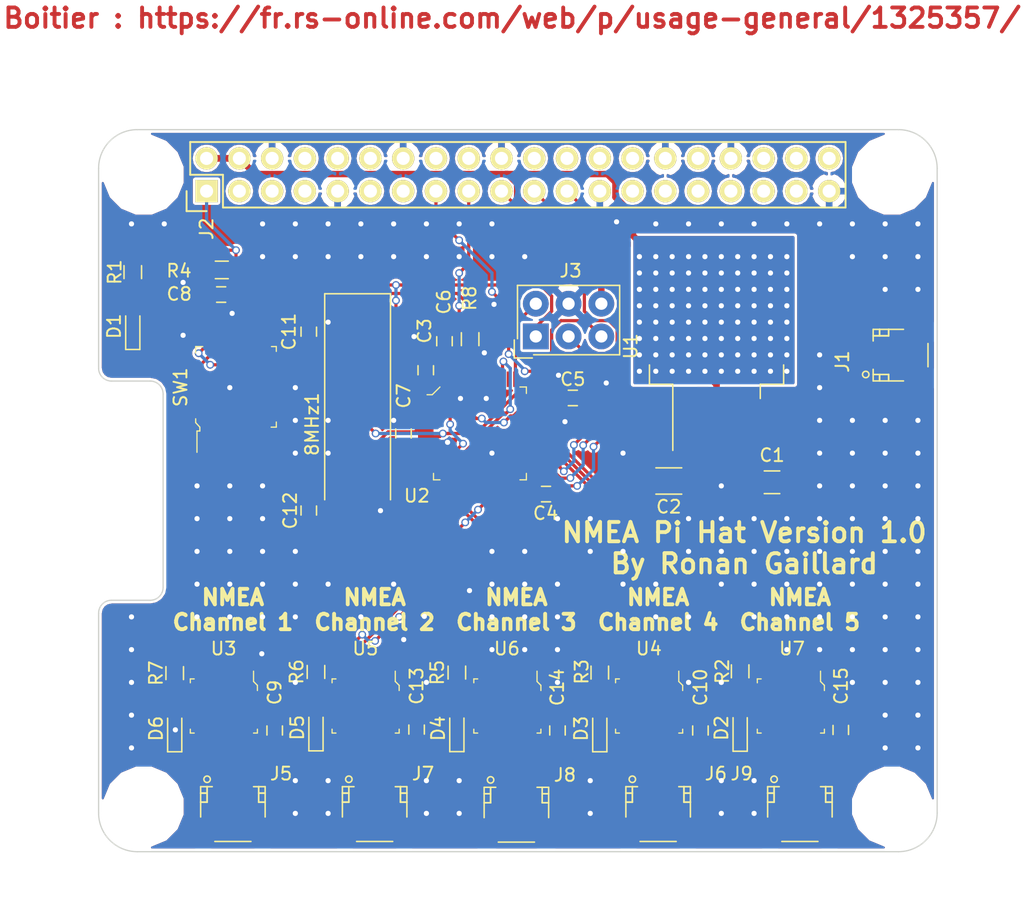
<source format=kicad_pcb>
(kicad_pcb (version 20171130) (host pcbnew "(5.0.1-3-g963ef8bb5)")
  (layers (0 F.Cu signal) (31 B.Cu signal) (34 B.Paste user) (35 F.Paste user) (36 B.SilkS user) (37 F.SilkS user) (38 B.Mask user) (39 F.Mask user) (44 Edge.Cuts user))
  (net 0 "")
  (net 1 "Net-(J2-Pad3)")
  (net 2 "Net-(J2-Pad5)")
  (net 3 "Net-(J2-Pad7)")
  (net 4 "Net-(J2-Pad8)")
  (net 5 "Net-(J2-Pad10)")
  (net 6 "Net-(J2-Pad11)")
  (net 7 "Net-(J2-Pad12)")
  (net 8 "Net-(J2-Pad13)")
  (net 9 "Net-(J2-Pad16)")
  (net 10 "Net-(J2-Pad18)")
  (net 11 "Net-(J2-Pad22)")
  (net 12 "Net-(J2-Pad24)")
  (net 13 "Net-(J2-Pad26)")
  (net 14 "Net-(J2-Pad27)")
  (net 15 "Net-(J2-Pad28)")
  (net 16 "Net-(J2-Pad29)")
  (net 17 "Net-(J2-Pad31)")
  (net 18 "Net-(J2-Pad32)")
  (net 19 "Net-(J2-Pad33)")
  (net 20 "Net-(J2-Pad35)")
  (net 21 "Net-(J2-Pad36)")
  (net 22 "Net-(J2-Pad37)")
  (net 23 "Net-(J2-Pad38)")
  (net 24 "Net-(J2-Pad40)")
  (net 25 GND)
  (net 26 +5V)
  (net 27 +3V3)
  (net 28 /RPi_GPIO/RESET)
  (net 29 "Net-(D1-Pad2)")
  (net 30 "Net-(D2-Pad2)")
  (net 31 "Net-(D3-Pad2)")
  (net 32 "Net-(D4-Pad2)")
  (net 33 "Net-(D5-Pad2)")
  (net 34 /RPi_GPIO/MOSI)
  (net 35 /RPi_GPIO/MISO)
  (net 36 /RPi_GPIO/SCLK)
  (net 37 /RPi_GPIO/PB1)
  (net 38 /RPi_GPIO/PB2)
  (net 39 /RPi_GPIO/PB3)
  (net 40 /RPi_GPIO/BOOT0)
  (net 41 "Net-(U3-Pad3)")
  (net 42 "Net-(J5-Pad3)")
  (net 43 "Net-(J5-Pad2)")
  (net 44 /RPi_GPIO/USART4_TX)
  (net 45 "Net-(U3-Pad2)")
  (net 46 /RPi_GPIO/USART4_RX)
  (net 47 "Net-(U4-Pad3)")
  (net 48 "Net-(J6-Pad3)")
  (net 49 "Net-(J6-Pad2)")
  (net 50 /RPi_GPIO/USART3_TX)
  (net 51 "Net-(U4-Pad2)")
  (net 52 /RPi_GPIO/USART3_RX)
  (net 53 /RPi_GPIO/USART2_RX)
  (net 54 "Net-(U5-Pad2)")
  (net 55 /RPi_GPIO/USART2_TX)
  (net 56 "Net-(J7-Pad2)")
  (net 57 "Net-(J7-Pad3)")
  (net 58 "Net-(U5-Pad3)")
  (net 59 /RPi_GPIO/USART6_RX)
  (net 60 "Net-(U6-Pad2)")
  (net 61 /RPi_GPIO/USART6_TX)
  (net 62 "Net-(J8-Pad2)")
  (net 63 "Net-(J8-Pad3)")
  (net 64 "Net-(U6-Pad3)")
  (net 65 /RPi_GPIO/OSC_OUT)
  (net 66 /RPi_GPIO/OSC_IN)
  (net 67 "Net-(C1-Pad1)")
  (net 68 /RPi_GPIO/SWCLK)
  (net 69 /RPi_GPIO/SWDIO)
  (net 70 "Net-(J9-Pad3)")
  (net 71 "Net-(J9-Pad2)")
  (net 72 /RPi_GPIO/USART1_RX)
  (net 73 "Net-(U7-Pad2)")
  (net 74 /RPi_GPIO/USART1_TX)
  (net 75 "Net-(U7-Pad3)")
  (net 76 "Net-(U2-Pad42)")
  (net 77 "Net-(U2-Pad43)")
  (net 78 "Net-(U2-Pad4)")
  (net 79 "Net-(U2-Pad3)")
  (net 80 "Net-(U2-Pad2)")
  (net 81 "Net-(U2-Pad45)")
  (net 82 "Net-(U2-Pad46)")
  (net 83 "Net-(U2-Pad41)")
  (net 84 "Net-(U2-Pad38)")
  (net 85 "Net-(U2-Pad16)")
  (net 86 "Net-(U2-Pad17)")
  (net 87 "Net-(U2-Pad25)")
  (net 88 "Net-(U2-Pad32)")
  (net 89 "Net-(U2-Pad33)")
  (net 90 "Net-(D6-Pad2)")
  (net 91 /RPi_GPIO/PB4)
  (net 92 /RPi_GPIO/PA8)
  (net 93 "Net-(U2-Pad18)")
  (module Crystals:Crystal_SMD_HC49-SD_HandSoldering (layer F.Cu) (at 55.626 51.054 270)
    (fp_text reference 8MHz1 (at 0.046 3.526 270) (layer F.SilkS))
    (fp_text value Crystal)
    (pad 2 smd rect (at 5.9375 0 270) (size 7.875 2) (layers F.Cu F.Paste F.Mask) (net 65 /RPi_GPIO/OSC_OUT))
    (pad 1 smd rect (at -5.9375 0 270) (size 7.875 2) (layers F.Cu F.Paste F.Mask) (net 66 /RPi_GPIO/OSC_IN))
  )
  (module Capacitors_SMD:C_0603_HandSoldering (layer F.Cu) (at 60.91 46.91 90)
    (fp_text reference C3 (at 3.05 -0.1 90) (layer F.SilkS))
    (fp_text value 0.1uF)
    (pad 2 smd rect (at 0.95 0 90) (size 1.2 0.75) (layers F.Cu F.Paste F.Mask) (net 25 GND))
    (pad 1 smd rect (at -0.95 0 90) (size 1.2 0.75) (layers F.Cu F.Paste F.Mask) (net 27 +3V3))
  )
  (module Connectors_JST:JST_SH_SM03B-SRSS-TB_03x1.00mm_Angled (layer F.Cu) (at 56.9475 80.82)
    (fp_text reference J7 (at 3.7525 -2.62) (layer F.SilkS))
    (fp_text value Conn_01x03_Male)
    (pad 1 smd rect (at -1 -1.9375) (size 0.6 1.55) (layers F.Cu F.Paste F.Mask) (net 25 GND))
    (pad 2 smd rect (at 0 -1.9375) (size 0.6 1.55) (layers F.Cu F.Paste F.Mask) (net 56 "Net-(J7-Pad2)"))
    (pad 3 smd rect (at 1 -1.9375) (size 0.6 1.55) (layers F.Cu F.Paste F.Mask) (net 57 "Net-(J7-Pad3)"))
    (pad "" smd rect (at -2.3 1.9375) (size 1.2 1.8) (layers F.Cu F.Paste F.Mask))
    (pad "" smd rect (at 2.3 1.9375) (size 1.2 1.8) (layers F.Cu F.Paste F.Mask))
  )
  (module RPi_Hat:Pin_Header_Straight_2x20 (layer F.Cu) (at 68.05 31.75 90)
    (fp_text reference J2 (at -4.191 -24.13 270) (layer F.SilkS))
    (fp_text value RPi_GPIO)
    (pad 1 thru_hole rect (at -1.27 -24.13 90) (size 1.7272 1.7272) (drill 1.016) (layers *.Cu *.Mask F.SilkS) (net 27 +3V3))
    (pad 2 thru_hole oval (at 1.27 -24.13 90) (size 1.7272 1.7272) (drill 1.016) (layers *.Cu *.Mask F.SilkS) (net 26 +5V))
    (pad 3 thru_hole oval (at -1.27 -21.59 90) (size 1.7272 1.7272) (drill 1.016) (layers *.Cu *.Mask F.SilkS) (net 1 "Net-(J2-Pad3)"))
    (pad 4 thru_hole oval (at 1.27 -21.59 90) (size 1.7272 1.7272) (drill 1.016) (layers *.Cu *.Mask F.SilkS) (net 26 +5V))
    (pad 5 thru_hole oval (at -1.27 -19.05 90) (size 1.7272 1.7272) (drill 1.016) (layers *.Cu *.Mask F.SilkS) (net 2 "Net-(J2-Pad5)"))
    (pad 6 thru_hole oval (at 1.27 -19.05 90) (size 1.7272 1.7272) (drill 1.016) (layers *.Cu *.Mask F.SilkS) (net 25 GND))
    (pad 7 thru_hole oval (at -1.27 -16.51 90) (size 1.7272 1.7272) (drill 1.016) (layers *.Cu *.Mask F.SilkS) (net 3 "Net-(J2-Pad7)"))
    (pad 8 thru_hole oval (at 1.27 -16.51 90) (size 1.7272 1.7272) (drill 1.016) (layers *.Cu *.Mask F.SilkS) (net 4 "Net-(J2-Pad8)"))
    (pad 9 thru_hole oval (at -1.27 -13.97 90) (size 1.7272 1.7272) (drill 1.016) (layers *.Cu *.Mask F.SilkS) (net 25 GND))
    (pad 10 thru_hole oval (at 1.27 -13.97 90) (size 1.7272 1.7272) (drill 1.016) (layers *.Cu *.Mask F.SilkS) (net 5 "Net-(J2-Pad10)"))
    (pad 11 thru_hole oval (at -1.27 -11.43 90) (size 1.7272 1.7272) (drill 1.016) (layers *.Cu *.Mask F.SilkS) (net 6 "Net-(J2-Pad11)"))
    (pad 12 thru_hole oval (at 1.27 -11.43 90) (size 1.7272 1.7272) (drill 1.016) (layers *.Cu *.Mask F.SilkS) (net 7 "Net-(J2-Pad12)"))
    (pad 13 thru_hole oval (at -1.27 -8.89 90) (size 1.7272 1.7272) (drill 1.016) (layers *.Cu *.Mask F.SilkS) (net 8 "Net-(J2-Pad13)"))
    (pad 14 thru_hole oval (at 1.27 -8.89 90) (size 1.7272 1.7272) (drill 1.016) (layers *.Cu *.Mask F.SilkS) (net 25 GND))
    (pad 15 thru_hole oval (at -1.27 -6.35 90) (size 1.7272 1.7272) (drill 1.016) (layers *.Cu *.Mask F.SilkS) (net 28 /RPi_GPIO/RESET))
    (pad 16 thru_hole oval (at 1.27 -6.35 90) (size 1.7272 1.7272) (drill 1.016) (layers *.Cu *.Mask F.SilkS) (net 9 "Net-(J2-Pad16)"))
    (pad 17 thru_hole oval (at -1.27 -3.81 90) (size 1.7272 1.7272) (drill 1.016) (layers *.Cu *.Mask F.SilkS) (net 40 /RPi_GPIO/BOOT0))
    (pad 18 thru_hole oval (at 1.27 -3.81 90) (size 1.7272 1.7272) (drill 1.016) (layers *.Cu *.Mask F.SilkS) (net 10 "Net-(J2-Pad18)"))
    (pad 19 thru_hole oval (at -1.27 -1.27 90) (size 1.7272 1.7272) (drill 1.016) (layers *.Cu *.Mask F.SilkS) (net 34 /RPi_GPIO/MOSI))
    (pad 20 thru_hole oval (at 1.27 -1.27 90) (size 1.7272 1.7272) (drill 1.016) (layers *.Cu *.Mask F.SilkS) (net 25 GND))
    (pad 21 thru_hole oval (at -1.27 1.27 90) (size 1.7272 1.7272) (drill 1.016) (layers *.Cu *.Mask F.SilkS) (net 35 /RPi_GPIO/MISO))
    (pad 22 thru_hole oval (at 1.27 1.27 90) (size 1.7272 1.7272) (drill 1.016) (layers *.Cu *.Mask F.SilkS) (net 11 "Net-(J2-Pad22)"))
    (pad 23 thru_hole oval (at -1.27 3.81 90) (size 1.7272 1.7272) (drill 1.016) (layers *.Cu *.Mask F.SilkS) (net 36 /RPi_GPIO/SCLK))
    (pad 24 thru_hole oval (at 1.27 3.81 90) (size 1.7272 1.7272) (drill 1.016) (layers *.Cu *.Mask F.SilkS) (net 12 "Net-(J2-Pad24)"))
    (pad 25 thru_hole oval (at -1.27 6.35 90) (size 1.7272 1.7272) (drill 1.016) (layers *.Cu *.Mask F.SilkS) (net 25 GND))
    (pad 26 thru_hole oval (at 1.27 6.35 90) (size 1.7272 1.7272) (drill 1.016) (layers *.Cu *.Mask F.SilkS) (net 13 "Net-(J2-Pad26)"))
    (pad 27 thru_hole oval (at -1.27 8.89 90) (size 1.7272 1.7272) (drill 1.016) (layers *.Cu *.Mask F.SilkS) (net 14 "Net-(J2-Pad27)"))
    (pad 28 thru_hole oval (at 1.27 8.89 90) (size 1.7272 1.7272) (drill 1.016) (layers *.Cu *.Mask F.SilkS) (net 15 "Net-(J2-Pad28)"))
    (pad 29 thru_hole oval (at -1.27 11.43 90) (size 1.7272 1.7272) (drill 1.016) (layers *.Cu *.Mask F.SilkS) (net 16 "Net-(J2-Pad29)"))
    (pad 30 thru_hole oval (at 1.27 11.43 90) (size 1.7272 1.7272) (drill 1.016) (layers *.Cu *.Mask F.SilkS) (net 25 GND))
    (pad 31 thru_hole oval (at -1.27 13.97 90) (size 1.7272 1.7272) (drill 1.016) (layers *.Cu *.Mask F.SilkS) (net 17 "Net-(J2-Pad31)"))
    (pad 32 thru_hole oval (at 1.27 13.97 90) (size 1.7272 1.7272) (drill 1.016) (layers *.Cu *.Mask F.SilkS) (net 18 "Net-(J2-Pad32)"))
    (pad 33 thru_hole oval (at -1.27 16.51 90) (size 1.7272 1.7272) (drill 1.016) (layers *.Cu *.Mask F.SilkS) (net 19 "Net-(J2-Pad33)"))
    (pad 34 thru_hole oval (at 1.27 16.51 90) (size 1.7272 1.7272) (drill 1.016) (layers *.Cu *.Mask F.SilkS) (net 25 GND))
    (pad 35 thru_hole oval (at -1.27 19.05 90) (size 1.7272 1.7272) (drill 1.016) (layers *.Cu *.Mask F.SilkS) (net 20 "Net-(J2-Pad35)"))
    (pad 36 thru_hole oval (at 1.27 19.05 90) (size 1.7272 1.7272) (drill 1.016) (layers *.Cu *.Mask F.SilkS) (net 21 "Net-(J2-Pad36)"))
    (pad 37 thru_hole oval (at -1.27 21.59 90) (size 1.7272 1.7272) (drill 1.016) (layers *.Cu *.Mask F.SilkS) (net 22 "Net-(J2-Pad37)"))
    (pad 38 thru_hole oval (at 1.27 21.59 90) (size 1.7272 1.7272) (drill 1.016) (layers *.Cu *.Mask F.SilkS) (net 23 "Net-(J2-Pad38)"))
    (pad 39 thru_hole oval (at -1.27 24.13 90) (size 1.7272 1.7272) (drill 1.016) (layers *.Cu *.Mask F.SilkS) (net 25 GND))
    (pad 40 thru_hole oval (at 1.27 24.13 90) (size 1.7272 1.7272) (drill 1.016) (layers *.Cu *.Mask F.SilkS) (net 24 "Net-(J2-Pad40)"))
  )
  (module RPi_Hat:RPi_Hat_Mounting_Hole (layer F.Cu) (at 97.05 31.75)
    (fp_text reference "" hide)
    (fp_text value "" hide)
    (pad "" np_thru_hole circle (at 0 0) (size 2.75 2.75) (drill 2.75) (layers *.Cu *.Mask) (clearance 1.725))
  )
  (module RPi_Hat:RPi_Hat_Mounting_Hole (layer F.Cu) (at 97.05 80.75)
    (fp_text reference "" hide)
    (fp_text value "" hide)
    (pad "" np_thru_hole circle (at 0 0) (size 2.75 2.75) (drill 2.75) (layers *.Cu *.Mask) (clearance 1.725))
  )
  (module RPi_Hat:RPi_Hat_Mounting_Hole (layer F.Cu) (at 39.05 80.75)
    (fp_text reference "" hide)
    (fp_text value "" hide)
    (pad "" np_thru_hole circle (at 0 0) (size 2.75 2.75) (drill 2.75) (layers *.Cu *.Mask) (clearance 1.725))
  )
  (module RPi_Hat:RPi_Hat_Mounting_Hole (layer F.Cu) (at 39.05 31.75)
    (fp_text reference "" hide)
    (fp_text value "" hide)
    (pad "" np_thru_hole circle (at 0 0) (size 2.75 2.75) (drill 2.75) (layers *.Cu *.Mask) (clearance 1.725))
  )
  (module Inductors_SMD:L_0805_HandSoldering (layer F.Cu) (at 87.75 55.6)
    (fp_text reference C1 (at 0 -2.1) (layer F.SilkS))
    (fp_text value 10uF)
    (pad 2 smd rect (at 1.35 0) (size 1.5 1.3) (layers F.Cu F.Paste F.Mask) (net 25 GND))
    (pad 1 smd rect (at -1.35 0) (size 1.5 1.3) (layers F.Cu F.Paste F.Mask) (net 67 "Net-(C1-Pad1)"))
  )
  (module Capacitors_SMD:C_1206_HandSoldering (layer F.Cu) (at 79.75 55.5 180)
    (fp_text reference C2 (at 0 -2 180) (layer F.SilkS))
    (fp_text value 100uF)
    (pad 2 smd rect (at 2 0 180) (size 2 1.6) (layers F.Cu F.Paste F.Mask) (net 25 GND))
    (pad 1 smd rect (at -2 0 180) (size 2 1.6) (layers F.Cu F.Paste F.Mask) (net 26 +5V))
  )
  (module Capacitors_SMD:C_0603_HandSoldering (layer F.Cu) (at 70.231 56.515)
    (fp_text reference C4 (at -0.031 1.485) (layer F.SilkS))
    (fp_text value 0.1uF)
    (pad 2 smd rect (at 0.95 0) (size 1.2 0.75) (layers F.Cu F.Paste F.Mask) (net 25 GND))
    (pad 1 smd rect (at -0.95 0) (size 1.2 0.75) (layers F.Cu F.Paste F.Mask) (net 27 +3V3))
  )
  (module Capacitors_SMD:C_0603_HandSoldering (layer F.Cu) (at 72.31 49.06)
    (fp_text reference C5 (at 0 -1.45) (layer F.SilkS))
    (fp_text value 0.1uF)
    (pad 1 smd rect (at -0.95 0) (size 1.2 0.75) (layers F.Cu F.Paste F.Mask) (net 27 +3V3))
    (pad 2 smd rect (at 0.95 0) (size 1.2 0.75) (layers F.Cu F.Paste F.Mask) (net 25 GND))
  )
  (module Capacitors_SMD:C_0603_HandSoldering (layer F.Cu) (at 62.36 44.66 90)
    (fp_text reference C6 (at 3.05 -0.05 90) (layer F.SilkS))
    (fp_text value 0.1uF)
    (pad 1 smd rect (at -0.95 0 90) (size 1.2 0.75) (layers F.Cu F.Paste F.Mask) (net 27 +3V3))
    (pad 2 smd rect (at 0.95 0 90) (size 1.2 0.75) (layers F.Cu F.Paste F.Mask) (net 25 GND))
  )
  (module Capacitors_SMD:C_0603_HandSoldering (layer F.Cu) (at 59.182 51.816 90)
    (fp_text reference C7 (at 2.916 0.018 90) (layer F.SilkS))
    (fp_text value 0.1uF)
    (pad 2 smd rect (at 0.95 0 90) (size 1.2 0.75) (layers F.Cu F.Paste F.Mask) (net 25 GND))
    (pad 1 smd rect (at -0.95 0 90) (size 1.2 0.75) (layers F.Cu F.Paste F.Mask) (net 27 +3V3))
  )
  (module Capacitors_SMD:C_0603_HandSoldering (layer F.Cu) (at 45.05 41.04)
    (fp_text reference C8 (at -3.25 -0.04) (layer F.SilkS))
    (fp_text value 0.1uF)
    (pad 2 smd rect (at 0.95 0) (size 1.2 0.75) (layers F.Cu F.Paste F.Mask) (net 25 GND))
    (pad 1 smd rect (at -0.95 0) (size 1.2 0.75) (layers F.Cu F.Paste F.Mask) (net 28 /RPi_GPIO/RESET))
  )
  (module Capacitors_SMD:C_0603_HandSoldering (layer F.Cu) (at 49.2 74.85 90)
    (fp_text reference C9 (at 2.95 0 90) (layer F.SilkS))
    (fp_text value 0.1uF)
    (pad 1 smd rect (at -0.95 0 90) (size 1.2 0.75) (layers F.Cu F.Paste F.Mask) (net 27 +3V3))
    (pad 2 smd rect (at 0.95 0 90) (size 1.2 0.75) (layers F.Cu F.Paste F.Mask) (net 25 GND))
  )
  (module Capacitors_SMD:C_0603_HandSoldering (layer F.Cu) (at 82.2 74.85 90)
    (fp_text reference C10 (at 3.35 0 90) (layer F.SilkS))
    (fp_text value 0.1uF)
    (pad 2 smd rect (at 0.95 0 90) (size 1.2 0.75) (layers F.Cu F.Paste F.Mask) (net 25 GND))
    (pad 1 smd rect (at -0.95 0 90) (size 1.2 0.75) (layers F.Cu F.Paste F.Mask) (net 27 +3V3))
  )
  (module Capacitors_SMD:C_0603_HandSoldering (layer F.Cu) (at 51.842 43.92 270)
    (fp_text reference C11 (at 0 1.54 270) (layer F.SilkS))
    (fp_text value 20pF)
    (pad 2 smd rect (at 0.95 0 270) (size 1.2 0.75) (layers F.Cu F.Paste F.Mask) (net 66 /RPi_GPIO/OSC_IN))
    (pad 1 smd rect (at -0.95 0 270) (size 1.2 0.75) (layers F.Cu F.Paste F.Mask) (net 25 GND))
  )
  (module Capacitors_SMD:C_0603_HandSoldering (layer F.Cu) (at 51.842 57.79 90)
    (fp_text reference C12 (at -0.01 -1.442 90) (layer F.SilkS))
    (fp_text value 20pF)
    (pad 1 smd rect (at -0.95 0 90) (size 1.2 0.75) (layers F.Cu F.Paste F.Mask) (net 25 GND))
    (pad 2 smd rect (at 0.95 0 90) (size 1.2 0.75) (layers F.Cu F.Paste F.Mask) (net 65 /RPi_GPIO/OSC_OUT))
  )
  (module Capacitors_SMD:C_0603_HandSoldering (layer F.Cu) (at 60.2 74.78 90)
    (fp_text reference C13 (at 3.38 0 90) (layer F.SilkS))
    (fp_text value 0.1uF)
    (pad 1 smd rect (at -0.95 0 90) (size 1.2 0.75) (layers F.Cu F.Paste F.Mask) (net 27 +3V3))
    (pad 2 smd rect (at 0.95 0 90) (size 1.2 0.75) (layers F.Cu F.Paste F.Mask) (net 25 GND))
  )
  (module Capacitors_SMD:C_0603_HandSoldering (layer F.Cu) (at 71.12 74.85 90)
    (fp_text reference C14 (at 3.35 -0.02 90) (layer F.SilkS))
    (fp_text value 0.1uF)
    (pad 1 smd rect (at -0.95 0 90) (size 1.2 0.75) (layers F.Cu F.Paste F.Mask) (net 27 +3V3))
    (pad 2 smd rect (at 0.95 0 90) (size 1.2 0.75) (layers F.Cu F.Paste F.Mask) (net 25 GND))
  )
  (module LEDs:LED_0603_HandSoldering (layer F.Cu) (at 38.2 43.5 90)
    (fp_text reference D1 (at 0 -1.45 90) (layer F.SilkS))
    (fp_text value LED)
    (pad 1 smd rect (at -1.1 0 90) (size 1.2 0.9) (layers F.Cu F.Paste F.Mask) (net 25 GND))
    (pad 2 smd rect (at 1.1 0 90) (size 1.2 0.9) (layers F.Cu F.Paste F.Mask) (net 29 "Net-(D1-Pad2)"))
  )
  (module LEDs:LED_0603_HandSoldering (layer F.Cu) (at 85.28 74.66 90)
    (fp_text reference D2 (at 0 -1.45 90) (layer F.SilkS))
    (fp_text value LED)
    (pad 2 smd rect (at 1.1 0 90) (size 1.2 0.9) (layers F.Cu F.Paste F.Mask) (net 30 "Net-(D2-Pad2)"))
    (pad 1 smd rect (at -1.1 0 90) (size 1.2 0.9) (layers F.Cu F.Paste F.Mask) (net 25 GND))
  )
  (module LEDs:LED_0603_HandSoldering (layer F.Cu) (at 74.4 74.7 90)
    (fp_text reference D3 (at 0 -1.45 90) (layer F.SilkS))
    (fp_text value LED)
    (pad 1 smd rect (at -1.1 0 90) (size 1.2 0.9) (layers F.Cu F.Paste F.Mask) (net 25 GND))
    (pad 2 smd rect (at 1.1 0 90) (size 1.2 0.9) (layers F.Cu F.Paste F.Mask) (net 31 "Net-(D3-Pad2)"))
  )
  (module LEDs:LED_0603_HandSoldering (layer F.Cu) (at 63.32 74.69 90)
    (fp_text reference D4 (at 0 -1.45 90) (layer F.SilkS))
    (fp_text value LED)
    (pad 2 smd rect (at 1.1 0 90) (size 1.2 0.9) (layers F.Cu F.Paste F.Mask) (net 32 "Net-(D4-Pad2)"))
    (pad 1 smd rect (at -1.1 0 90) (size 1.2 0.9) (layers F.Cu F.Paste F.Mask) (net 25 GND))
  )
  (module LEDs:LED_0603_HandSoldering (layer F.Cu) (at 52.4 74.63 90)
    (fp_text reference D5 (at 0 -1.45 90) (layer F.SilkS))
    (fp_text value LED)
    (pad 2 smd rect (at 1.1 0 90) (size 1.2 0.9) (layers F.Cu F.Paste F.Mask) (net 33 "Net-(D5-Pad2)"))
    (pad 1 smd rect (at -1.1 0 90) (size 1.2 0.9) (layers F.Cu F.Paste F.Mask) (net 25 GND))
  )
  (module Resistors_SMD:R_0603_HandSoldering (layer F.Cu) (at 38.2 39.3 270)
    (fp_text reference R1 (at 0 1.4 270) (layer F.SilkS))
    (fp_text value 180R)
    (pad 2 smd rect (at 1.1 0 270) (size 1.2 0.9) (layers F.Cu F.Paste F.Mask) (net 29 "Net-(D1-Pad2)"))
    (pad 1 smd rect (at -1.1 0 270) (size 1.2 0.9) (layers F.Cu F.Paste F.Mask) (net 27 +3V3))
  )
  (module Resistors_SMD:R_0603_HandSoldering (layer F.Cu) (at 85.28 70.26 270)
    (fp_text reference R2 (at 0 1.38 270) (layer F.SilkS))
    (fp_text value 180R)
    (pad 1 smd rect (at -1.1 0 270) (size 1.2 0.9) (layers F.Cu F.Paste F.Mask) (net 92 /RPi_GPIO/PA8))
    (pad 2 smd rect (at 1.1 0 270) (size 1.2 0.9) (layers F.Cu F.Paste F.Mask) (net 30 "Net-(D2-Pad2)"))
  )
  (module Resistors_SMD:R_0603_HandSoldering (layer F.Cu) (at 74.4 70.358 270)
    (fp_text reference R3 (at -0.058 1.4 270) (layer F.SilkS))
    (fp_text value 180R)
    (pad 1 smd rect (at -1.1 0 270) (size 1.2 0.9) (layers F.Cu F.Paste F.Mask) (net 38 /RPi_GPIO/PB2))
    (pad 2 smd rect (at 1.1 0 270) (size 1.2 0.9) (layers F.Cu F.Paste F.Mask) (net 31 "Net-(D3-Pad2)"))
  )
  (module Resistors_SMD:R_0603_HandSoldering (layer F.Cu) (at 45.1 39.13 180)
    (fp_text reference R4 (at 3.32 -0.07 180) (layer F.SilkS))
    (fp_text value 10k)
    (pad 2 smd rect (at 1.1 0 180) (size 1.2 0.9) (layers F.Cu F.Paste F.Mask) (net 28 /RPi_GPIO/RESET))
    (pad 1 smd rect (at -1.1 0 180) (size 1.2 0.9) (layers F.Cu F.Paste F.Mask) (net 27 +3V3))
  )
  (module Resistors_SMD:R_0603_HandSoldering (layer F.Cu) (at 63.32 70.358 270)
    (fp_text reference R5 (at 0 1.52 270) (layer F.SilkS))
    (fp_text value 180R)
    (pad 2 smd rect (at 1.1 0 270) (size 1.2 0.9) (layers F.Cu F.Paste F.Mask) (net 32 "Net-(D4-Pad2)"))
    (pad 1 smd rect (at -1.1 0 270) (size 1.2 0.9) (layers F.Cu F.Paste F.Mask) (net 37 /RPi_GPIO/PB1))
  )
  (module Resistors_SMD:R_0603_HandSoldering (layer F.Cu) (at 52.4 70.31 270)
    (fp_text reference R6 (at -0.01 1.5 270) (layer F.SilkS))
    (fp_text value 180R)
    (pad 1 smd rect (at -1.1 0 270) (size 1.2 0.9) (layers F.Cu F.Paste F.Mask) (net 39 /RPi_GPIO/PB3))
    (pad 2 smd rect (at 1.1 0 270) (size 1.2 0.9) (layers F.Cu F.Paste F.Mask) (net 33 "Net-(D5-Pad2)"))
  )
  (module Resistors_SMD:R_0603_HandSoldering (layer F.Cu) (at 64.35 44.5 90)
    (fp_text reference R8 (at 3.17 -0.04 90) (layer F.SilkS))
    (fp_text value 10k)
    (pad 2 smd rect (at 1.1 0 90) (size 1.2 0.9) (layers F.Cu F.Paste F.Mask) (net 25 GND))
    (pad 1 smd rect (at -1.1 0 90) (size 1.2 0.9) (layers F.Cu F.Paste F.Mask) (net 40 /RPi_GPIO/BOOT0))
  )
  (module digikey-footprints:Switch_Tactile_SMD_6x6mm (layer F.Cu) (at 46.2 48.2 90)
    (fp_text reference SW1 (at -0.03 -4.3 90) (layer F.SilkS))
    (fp_text value SW_Push)
    (pad 2 smd rect (at 4.55 -2.25) (size 1.4 2.1) (layers F.Cu F.Paste F.Mask) (net 28 /RPi_GPIO/RESET))
    (pad 4 smd rect (at 4.55 2.25) (size 1.4 2.1) (layers F.Cu F.Paste F.Mask))
    (pad 3 smd rect (at -4.55 2.25) (size 1.4 2.1) (layers F.Cu F.Paste F.Mask))
    (pad 1 smd rect (at -4.55 -2.25) (size 1.4 2.1) (layers F.Cu F.Paste F.Mask) (net 25 GND))
  )
  (module digikey-footprints:SOIC-8_W3.9mm (layer F.Cu) (at 45.26 72.95 180)
    (fp_text reference U3 (at 0.01778 4.45 180) (layer F.SilkS))
    (fp_text value MAX485E)
    (pad 3 smd rect (at 0.635 2.45 180) (size 0.6 2) (layers F.Cu F.Paste F.Mask) (net 41 "Net-(U3-Pad3)"))
    (pad 8 smd rect (at -1.905 -2.45 180) (size 0.6 2) (layers F.Cu F.Paste F.Mask) (net 27 +3V3))
    (pad 7 smd rect (at -0.635 -2.45 180) (size 0.6 2) (layers F.Cu F.Paste F.Mask) (net 42 "Net-(J5-Pad3)"))
    (pad 6 smd rect (at 0.635 -2.45 180) (size 0.6 2) (layers F.Cu F.Paste F.Mask) (net 43 "Net-(J5-Pad2)"))
    (pad 5 smd rect (at 1.905 -2.45 180) (size 0.6 2) (layers F.Cu F.Paste F.Mask) (net 25 GND))
    (pad 4 smd rect (at 1.905 2.45 180) (size 0.6 2) (layers F.Cu F.Paste F.Mask) (net 44 /RPi_GPIO/USART4_TX))
    (pad 2 smd rect (at -0.635 2.45 180) (size 0.6 2) (layers F.Cu F.Paste F.Mask) (net 45 "Net-(U3-Pad2)"))
    (pad 1 smd rect (at -1.905 2.45 180) (size 0.6 2) (layers F.Cu F.Paste F.Mask) (net 46 /RPi_GPIO/USART4_RX))
  )
  (module digikey-footprints:SOIC-8_W3.9mm (layer F.Cu) (at 78.2225 72.95 180)
    (fp_text reference U4 (at 0.01778 4.45 180) (layer F.SilkS))
    (fp_text value MAX485E)
    (pad 3 smd rect (at 0.635 2.45 180) (size 0.6 2) (layers F.Cu F.Paste F.Mask) (net 47 "Net-(U4-Pad3)"))
    (pad 8 smd rect (at -1.905 -2.45 180) (size 0.6 2) (layers F.Cu F.Paste F.Mask) (net 27 +3V3))
    (pad 7 smd rect (at -0.635 -2.45 180) (size 0.6 2) (layers F.Cu F.Paste F.Mask) (net 48 "Net-(J6-Pad3)"))
    (pad 6 smd rect (at 0.635 -2.45 180) (size 0.6 2) (layers F.Cu F.Paste F.Mask) (net 49 "Net-(J6-Pad2)"))
    (pad 5 smd rect (at 1.905 -2.45 180) (size 0.6 2) (layers F.Cu F.Paste F.Mask) (net 25 GND))
    (pad 4 smd rect (at 1.905 2.45 180) (size 0.6 2) (layers F.Cu F.Paste F.Mask) (net 50 /RPi_GPIO/USART3_TX))
    (pad 2 smd rect (at -0.635 2.45 180) (size 0.6 2) (layers F.Cu F.Paste F.Mask) (net 51 "Net-(U4-Pad2)"))
    (pad 1 smd rect (at -1.905 2.45 180) (size 0.6 2) (layers F.Cu F.Paste F.Mask) (net 52 /RPi_GPIO/USART3_RX))
  )
  (module digikey-footprints:SOIC-8_W3.9mm (layer F.Cu) (at 56.2475 72.95 180)
    (fp_text reference U5 (at 0.01778 4.45 180) (layer F.SilkS))
    (fp_text value MAX485E)
    (pad 1 smd rect (at -1.905 2.45 180) (size 0.6 2) (layers F.Cu F.Paste F.Mask) (net 53 /RPi_GPIO/USART2_RX))
    (pad 2 smd rect (at -0.635 2.45 180) (size 0.6 2) (layers F.Cu F.Paste F.Mask) (net 54 "Net-(U5-Pad2)"))
    (pad 4 smd rect (at 1.905 2.45 180) (size 0.6 2) (layers F.Cu F.Paste F.Mask) (net 55 /RPi_GPIO/USART2_TX))
    (pad 5 smd rect (at 1.905 -2.45 180) (size 0.6 2) (layers F.Cu F.Paste F.Mask) (net 25 GND))
    (pad 6 smd rect (at 0.635 -2.45 180) (size 0.6 2) (layers F.Cu F.Paste F.Mask) (net 56 "Net-(J7-Pad2)"))
    (pad 7 smd rect (at -0.635 -2.45 180) (size 0.6 2) (layers F.Cu F.Paste F.Mask) (net 57 "Net-(J7-Pad3)"))
    (pad 8 smd rect (at -1.905 -2.45 180) (size 0.6 2) (layers F.Cu F.Paste F.Mask) (net 27 +3V3))
    (pad 3 smd rect (at 0.635 2.45 180) (size 0.6 2) (layers F.Cu F.Paste F.Mask) (net 58 "Net-(U5-Pad3)"))
  )
  (module digikey-footprints:SOIC-8_W3.9mm (layer F.Cu) (at 67.235 72.95 180)
    (fp_text reference U6 (at 0.035 4.45 180) (layer F.SilkS))
    (fp_text value MAX485E)
    (pad 1 smd rect (at -1.905 2.45 180) (size 0.6 2) (layers F.Cu F.Paste F.Mask) (net 59 /RPi_GPIO/USART6_RX))
    (pad 2 smd rect (at -0.635 2.45 180) (size 0.6 2) (layers F.Cu F.Paste F.Mask) (net 60 "Net-(U6-Pad2)"))
    (pad 4 smd rect (at 1.905 2.45 180) (size 0.6 2) (layers F.Cu F.Paste F.Mask) (net 61 /RPi_GPIO/USART6_TX))
    (pad 5 smd rect (at 1.905 -2.45 180) (size 0.6 2) (layers F.Cu F.Paste F.Mask) (net 25 GND))
    (pad 6 smd rect (at 0.635 -2.45 180) (size 0.6 2) (layers F.Cu F.Paste F.Mask) (net 62 "Net-(J8-Pad2)"))
    (pad 7 smd rect (at -0.635 -2.45 180) (size 0.6 2) (layers F.Cu F.Paste F.Mask) (net 63 "Net-(J8-Pad3)"))
    (pad 8 smd rect (at -1.905 -2.45 180) (size 0.6 2) (layers F.Cu F.Paste F.Mask) (net 27 +3V3))
    (pad 3 smd rect (at 0.635 2.45 180) (size 0.6 2) (layers F.Cu F.Paste F.Mask) (net 64 "Net-(U6-Pad3)"))
  )
  (module Capacitors_SMD:C_0603_HandSoldering (layer F.Cu) (at 93.08 74.81 90)
    (fp_text reference C15 (at 3.41 0.02 90) (layer F.SilkS))
    (fp_text value 0.1uF)
    (pad 2 smd rect (at 0.95 0 90) (size 1.2 0.75) (layers F.Cu F.Paste F.Mask) (net 25 GND))
    (pad 1 smd rect (at -0.95 0 90) (size 1.2 0.75) (layers F.Cu F.Paste F.Mask) (net 27 +3V3))
  )
  (module Connectors_JST:JST_SH_SM02B-SRSS-TB_02x1.00mm_Angled (layer F.Cu) (at 97.2025 45.74 90)
    (fp_text reference J1 (at -0.5 -4 90) (layer F.SilkS))
    (fp_text value Conn_01x02_Male)
    (pad "" smd rect (at 1.8 1.9375 90) (size 1.2 1.8) (layers F.Cu F.Paste F.Mask))
    (pad "" smd rect (at -1.8 1.9375 90) (size 1.2 1.8) (layers F.Cu F.Paste F.Mask))
    (pad 2 smd rect (at 0.5 -1.9375 90) (size 0.6 1.55) (layers F.Cu F.Paste F.Mask) (net 25 GND))
    (pad 1 smd rect (at -0.5 -1.9375 90) (size 0.6 1.55) (layers F.Cu F.Paste F.Mask) (net 67 "Net-(C1-Pad1)"))
  )
  (module Connectors_Samtec:SDL-106-X-XX_2x03 (layer F.Cu) (at 69.44 44.29 90)
    (fp_text reference J3 (at 5.09 2.7 -180) (layer F.SilkS))
    (fp_text value Conn_02x03_Counter_Clockwise)
    (pad 6 thru_hole circle (at 2.54 5.08 90) (size 2 2) (drill 0.95) (layers *.Cu *.Mask) (net 26 +5V))
    (pad 4 thru_hole circle (at 2.54 2.54 90) (size 2 2) (drill 0.95) (layers *.Cu *.Mask) (net 25 GND))
    (pad 2 thru_hole circle (at 2.54 0 90) (size 2 2) (drill 0.95) (layers *.Cu *.Mask) (net 68 /RPi_GPIO/SWCLK))
    (pad 5 thru_hole circle (at 0 5.08 90) (size 2 2) (drill 0.95) (layers *.Cu *.Mask) (net 28 /RPi_GPIO/RESET))
    (pad 3 thru_hole circle (at 0 2.54 90) (size 2 2) (drill 0.95) (layers *.Cu *.Mask) (net 69 /RPi_GPIO/SWDIO))
    (pad 1 thru_hole rect (at 0 0 90) (size 2 2) (drill 0.95) (layers *.Cu *.Mask) (net 27 +3V3))
  )
  (module digikey-footprints:SOIC-8_W3.9mm (layer F.Cu) (at 89.21 72.95 180)
    (fp_text reference U7 (at -0.09 4.45 180) (layer F.SilkS))
    (fp_text value MAX485E)
    (pad 1 smd rect (at -1.905 2.45 180) (size 0.6 2) (layers F.Cu F.Paste F.Mask) (net 72 /RPi_GPIO/USART1_RX))
    (pad 2 smd rect (at -0.635 2.45 180) (size 0.6 2) (layers F.Cu F.Paste F.Mask) (net 73 "Net-(U7-Pad2)"))
    (pad 4 smd rect (at 1.905 2.45 180) (size 0.6 2) (layers F.Cu F.Paste F.Mask) (net 74 /RPi_GPIO/USART1_TX))
    (pad 5 smd rect (at 1.905 -2.45 180) (size 0.6 2) (layers F.Cu F.Paste F.Mask) (net 25 GND))
    (pad 6 smd rect (at 0.635 -2.45 180) (size 0.6 2) (layers F.Cu F.Paste F.Mask) (net 71 "Net-(J9-Pad2)"))
    (pad 7 smd rect (at -0.635 -2.45 180) (size 0.6 2) (layers F.Cu F.Paste F.Mask) (net 70 "Net-(J9-Pad3)"))
    (pad 8 smd rect (at -1.905 -2.45 180) (size 0.6 2) (layers F.Cu F.Paste F.Mask) (net 27 +3V3))
    (pad 3 smd rect (at 0.635 2.45 180) (size 0.6 2) (layers F.Cu F.Paste F.Mask) (net 75 "Net-(U7-Pad3)"))
  )
  (module digikey-footprints:LQFP-48_7x7mm (layer F.Cu) (at 65.11 51.81)
    (fp_text reference U2 (at -4.89 4.84) (layer F.SilkS))
    (fp_text value STM32F030CCTx)
    (pad 7 smd rect (at -4.2 0.25) (size 1.2 0.35) (layers F.Cu F.Paste F.Mask) (net 28 /RPi_GPIO/RESET))
    (pad 6 smd rect (at -4.2 -0.25) (size 1.2 0.35) (layers F.Cu F.Paste F.Mask) (net 65 /RPi_GPIO/OSC_OUT))
    (pad 42 smd rect (at 0.25 -4.2) (size 0.35 1.2) (layers F.Cu F.Paste F.Mask) (net 76 "Net-(U2-Pad42)"))
    (pad 43 smd rect (at -0.25 -4.2) (size 0.35 1.2) (layers F.Cu F.Paste F.Mask) (net 77 "Net-(U2-Pad43)"))
    (pad 5 smd rect (at -4.2 -0.75) (size 1.2 0.35) (layers F.Cu F.Paste F.Mask) (net 66 /RPi_GPIO/OSC_IN))
    (pad 4 smd rect (at -4.2 -1.25) (size 1.2 0.35) (layers F.Cu F.Paste F.Mask) (net 78 "Net-(U2-Pad4)"))
    (pad 3 smd rect (at -4.2 -1.75) (size 1.2 0.35) (layers F.Cu F.Paste F.Mask) (net 79 "Net-(U2-Pad3)"))
    (pad 2 smd rect (at -4.2 -2.25) (size 1.2 0.35) (layers F.Cu F.Paste F.Mask) (net 80 "Net-(U2-Pad2)"))
    (pad 1 smd rect (at -4.2 -2.75) (size 1.2 0.35) (layers F.Cu F.Paste F.Mask) (net 27 +3V3))
    (pad 44 smd rect (at -0.75 -4.2) (size 0.35 1.2) (layers F.Cu F.Paste F.Mask) (net 40 /RPi_GPIO/BOOT0))
    (pad 45 smd rect (at -1.25 -4.2) (size 0.35 1.2) (layers F.Cu F.Paste F.Mask) (net 81 "Net-(U2-Pad45)"))
    (pad 46 smd rect (at -1.75 -4.2) (size 0.35 1.2) (layers F.Cu F.Paste F.Mask) (net 82 "Net-(U2-Pad46)"))
    (pad 47 smd rect (at -2.25 -4.2) (size 0.35 1.2) (layers F.Cu F.Paste F.Mask) (net 25 GND))
    (pad 48 smd rect (at -2.75 -4.2) (size 0.35 1.2) (layers F.Cu F.Paste F.Mask) (net 27 +3V3))
    (pad 8 smd rect (at -4.2 0.75) (size 1.2 0.35) (layers F.Cu F.Paste F.Mask) (net 25 GND))
    (pad 9 smd rect (at -4.2 1.25) (size 1.2 0.35) (layers F.Cu F.Paste F.Mask) (net 27 +3V3))
    (pad 10 smd rect (at -4.2 1.75) (size 1.2 0.35) (layers F.Cu F.Paste F.Mask) (net 44 /RPi_GPIO/USART4_TX))
    (pad 11 smd rect (at -4.2 2.25) (size 1.2 0.35) (layers F.Cu F.Paste F.Mask) (net 46 /RPi_GPIO/USART4_RX))
    (pad 12 smd rect (at -4.2 2.75) (size 1.2 0.35) (layers F.Cu F.Paste F.Mask) (net 55 /RPi_GPIO/USART2_TX))
    (pad 41 smd rect (at 0.75 -4.2) (size 0.35 1.2) (layers F.Cu F.Paste F.Mask) (net 83 "Net-(U2-Pad41)"))
    (pad 40 smd rect (at 1.25 -4.2) (size 0.35 1.2) (layers F.Cu F.Paste F.Mask) (net 91 /RPi_GPIO/PB4))
    (pad 39 smd rect (at 1.75 -4.2) (size 0.35 1.2) (layers F.Cu F.Paste F.Mask) (net 39 /RPi_GPIO/PB3))
    (pad 38 smd rect (at 2.25 -4.2) (size 0.35 1.2) (layers F.Cu F.Paste F.Mask) (net 84 "Net-(U2-Pad38)"))
    (pad 37 smd rect (at 2.75 -4.2) (size 0.35 1.2) (layers F.Cu F.Paste F.Mask) (net 68 /RPi_GPIO/SWCLK))
    (pad 13 smd rect (at -2.75 4.2) (size 0.35 1.2) (layers F.Cu F.Paste F.Mask) (net 53 /RPi_GPIO/USART2_RX))
    (pad 14 smd rect (at -2.25 4.2) (size 0.35 1.2) (layers F.Cu F.Paste F.Mask) (net 61 /RPi_GPIO/USART6_TX))
    (pad 15 smd rect (at -1.75 4.2) (size 0.35 1.2) (layers F.Cu F.Paste F.Mask) (net 59 /RPi_GPIO/USART6_RX))
    (pad 16 smd rect (at -1.25 4.2) (size 0.35 1.2) (layers F.Cu F.Paste F.Mask) (net 85 "Net-(U2-Pad16)"))
    (pad 17 smd rect (at -0.75 4.2) (size 0.35 1.2) (layers F.Cu F.Paste F.Mask) (net 86 "Net-(U2-Pad17)"))
    (pad 18 smd rect (at -0.25 4.2) (size 0.35 1.2) (layers F.Cu F.Paste F.Mask) (net 93 "Net-(U2-Pad18)"))
    (pad 19 smd rect (at 0.25 4.2) (size 0.35 1.2) (layers F.Cu F.Paste F.Mask) (net 37 /RPi_GPIO/PB1))
    (pad 20 smd rect (at 0.75 4.2) (size 0.35 1.2) (layers F.Cu F.Paste F.Mask) (net 38 /RPi_GPIO/PB2))
    (pad 21 smd rect (at 1.25 4.2) (size 0.35 1.2) (layers F.Cu F.Paste F.Mask) (net 50 /RPi_GPIO/USART3_TX))
    (pad 22 smd rect (at 1.75 4.2) (size 0.35 1.2) (layers F.Cu F.Paste F.Mask) (net 52 /RPi_GPIO/USART3_RX))
    (pad 23 smd rect (at 2.25 4.2) (size 0.35 1.2) (layers F.Cu F.Paste F.Mask) (net 25 GND))
    (pad 24 smd rect (at 2.75 4.2) (size 0.35 1.2) (layers F.Cu F.Paste F.Mask) (net 27 +3V3))
    (pad 25 smd rect (at 4.2 2.75) (size 1.2 0.35) (layers F.Cu F.Paste F.Mask) (net 87 "Net-(U2-Pad25)"))
    (pad 26 smd rect (at 4.2 2.25) (size 1.2 0.35) (layers F.Cu F.Paste F.Mask) (net 36 /RPi_GPIO/SCLK))
    (pad 27 smd rect (at 4.2 1.75) (size 1.2 0.35) (layers F.Cu F.Paste F.Mask) (net 35 /RPi_GPIO/MISO))
    (pad 28 smd rect (at 4.2 1.25) (size 1.2 0.35) (layers F.Cu F.Paste F.Mask) (net 34 /RPi_GPIO/MOSI))
    (pad 29 smd rect (at 4.2 0.75) (size 1.2 0.35) (layers F.Cu F.Paste F.Mask) (net 92 /RPi_GPIO/PA8))
    (pad 30 smd rect (at 4.2 0.25) (size 1.2 0.35) (layers F.Cu F.Paste F.Mask) (net 74 /RPi_GPIO/USART1_TX))
    (pad 31 smd rect (at 4.2 -0.25) (size 1.2 0.35) (layers F.Cu F.Paste F.Mask) (net 72 /RPi_GPIO/USART1_RX))
    (pad 32 smd rect (at 4.2 -0.75) (size 1.2 0.35) (layers F.Cu F.Paste F.Mask) (net 88 "Net-(U2-Pad32)"))
    (pad 33 smd rect (at 4.2 -1.25) (size 1.2 0.35) (layers F.Cu F.Paste F.Mask) (net 89 "Net-(U2-Pad33)"))
    (pad 34 smd rect (at 4.2 -1.75) (size 1.2 0.35) (layers F.Cu F.Paste F.Mask) (net 69 /RPi_GPIO/SWDIO))
    (pad 35 smd rect (at 4.2 -2.25) (size 1.2 0.35) (layers F.Cu F.Paste F.Mask) (net 25 GND))
    (pad 36 smd rect (at 4.2 -2.75) (size 1.2 0.35) (layers F.Cu F.Paste F.Mask) (net 27 +3V3))
  )
  (module LEDs:LED_0603_HandSoldering (layer F.Cu) (at 41.45 74.7 90)
    (fp_text reference D6 (at 0 -1.45 90) (layer F.SilkS))
    (fp_text value LED)
    (pad 2 smd rect (at 1.1 0 90) (size 1.2 0.9) (layers F.Cu F.Paste F.Mask) (net 90 "Net-(D6-Pad2)"))
    (pad 1 smd rect (at -1.1 0 90) (size 1.2 0.9) (layers F.Cu F.Paste F.Mask) (net 25 GND))
  )
  (module Connectors_JST:JST_SH_SM03B-SRSS-TB_03x1.00mm_Angled (layer F.Cu) (at 45.96 80.82)
    (fp_text reference J5 (at 3.74 -2.62) (layer F.SilkS))
    (fp_text value Conn_01x03_Male)
    (pad "" smd rect (at 2.3 1.9375) (size 1.2 1.8) (layers F.Cu F.Paste F.Mask))
    (pad "" smd rect (at -2.3 1.9375) (size 1.2 1.8) (layers F.Cu F.Paste F.Mask))
    (pad 3 smd rect (at 1 -1.9375) (size 0.6 1.55) (layers F.Cu F.Paste F.Mask) (net 42 "Net-(J5-Pad3)"))
    (pad 2 smd rect (at 0 -1.9375) (size 0.6 1.55) (layers F.Cu F.Paste F.Mask) (net 43 "Net-(J5-Pad2)"))
    (pad 1 smd rect (at -1 -1.9375) (size 0.6 1.55) (layers F.Cu F.Paste F.Mask) (net 25 GND))
  )
  (module Connectors_JST:JST_SH_SM03B-SRSS-TB_03x1.00mm_Angled (layer F.Cu) (at 78.9225 80.82)
    (fp_text reference J6 (at 4.4775 -2.62) (layer F.SilkS))
    (fp_text value Conn_01x03_Male)
    (pad "" smd rect (at 2.3 1.9375) (size 1.2 1.8) (layers F.Cu F.Paste F.Mask))
    (pad "" smd rect (at -2.3 1.9375) (size 1.2 1.8) (layers F.Cu F.Paste F.Mask))
    (pad 3 smd rect (at 1 -1.9375) (size 0.6 1.55) (layers F.Cu F.Paste F.Mask) (net 48 "Net-(J6-Pad3)"))
    (pad 2 smd rect (at 0 -1.9375) (size 0.6 1.55) (layers F.Cu F.Paste F.Mask) (net 49 "Net-(J6-Pad2)"))
    (pad 1 smd rect (at -1 -1.9375) (size 0.6 1.55) (layers F.Cu F.Paste F.Mask) (net 25 GND))
  )
  (module Connectors_JST:JST_SH_SM03B-SRSS-TB_03x1.00mm_Angled (layer F.Cu) (at 67.935 80.87)
    (fp_text reference J8 (at 3.765 -2.57) (layer F.SilkS))
    (fp_text value Conn_01x03_Male)
    (pad 1 smd rect (at -1 -1.9375) (size 0.6 1.55) (layers F.Cu F.Paste F.Mask) (net 25 GND))
    (pad 2 smd rect (at 0 -1.9375) (size 0.6 1.55) (layers F.Cu F.Paste F.Mask) (net 62 "Net-(J8-Pad2)"))
    (pad 3 smd rect (at 1 -1.9375) (size 0.6 1.55) (layers F.Cu F.Paste F.Mask) (net 63 "Net-(J8-Pad3)"))
    (pad "" smd rect (at -2.3 1.9375) (size 1.2 1.8) (layers F.Cu F.Paste F.Mask))
    (pad "" smd rect (at 2.3 1.9375) (size 1.2 1.8) (layers F.Cu F.Paste F.Mask))
  )
  (module Connectors_JST:JST_SH_SM03B-SRSS-TB_03x1.00mm_Angled (layer F.Cu) (at 89.91 80.82)
    (fp_text reference J9 (at -4.51 -2.62) (layer F.SilkS))
    (fp_text value Conn_01x03_Male)
    (pad "" smd rect (at 2.3 1.9375) (size 1.2 1.8) (layers F.Cu F.Paste F.Mask))
    (pad "" smd rect (at -2.3 1.9375) (size 1.2 1.8) (layers F.Cu F.Paste F.Mask))
    (pad 3 smd rect (at 1 -1.9375) (size 0.6 1.55) (layers F.Cu F.Paste F.Mask) (net 70 "Net-(J9-Pad3)"))
    (pad 2 smd rect (at 0 -1.9375) (size 0.6 1.55) (layers F.Cu F.Paste F.Mask) (net 71 "Net-(J9-Pad2)"))
    (pad 1 smd rect (at -1 -1.9375) (size 0.6 1.55) (layers F.Cu F.Paste F.Mask) (net 25 GND))
  )
  (module Resistors_SMD:R_0603_HandSoldering (layer F.Cu) (at 41.45 70.4 270)
    (fp_text reference R7 (at 0 1.45 270) (layer F.SilkS))
    (fp_text value 180R)
    (pad 2 smd rect (at 1.1 0 270) (size 1.2 0.9) (layers F.Cu F.Paste F.Mask) (net 90 "Net-(D6-Pad2)"))
    (pad 1 smd rect (at -1.1 0 270) (size 1.2 0.9) (layers F.Cu F.Paste F.Mask) (net 91 /RPi_GPIO/PB4))
  )
  (module TO_SOT_Packages_SMD:TO-263-3_TabPin2 (layer F.Cu) (at 83.45 45.05 90)
    (fp_text reference U1 (at 0 -6.65 90) (layer F.SilkS))
    (fp_text value LM1085-5.0)
    (pad 2 smd rect (at 0.95 2.775 90) (size 4.55 5.25) (layers F.Cu F.Paste) (net 26 +5V))
    (pad 2 smd rect (at 5.8 -2.775 90) (size 4.55 5.25) (layers F.Cu F.Paste) (net 26 +5V))
    (pad 2 smd rect (at 0.95 -2.775 90) (size 4.55 5.25) (layers F.Cu F.Paste) (net 26 +5V))
    (pad 2 smd rect (at 5.8 2.775 90) (size 4.55 5.25) (layers F.Cu F.Paste) (net 26 +5V))
    (pad 2 smd rect (at 3.375 0 90) (size 9.4 10.8) (layers F.Cu F.Mask) (net 26 +5V))
    (pad 3 smd rect (at -5.775 2.54 90) (size 4.6 1.1) (layers F.Cu F.Paste F.Mask) (net 67 "Net-(C1-Pad1)"))
    (pad 2 smd rect (at -5.775 0 90) (size 4.6 1.1) (layers F.Cu F.Paste F.Mask) (net 26 +5V))
    (pad 1 smd rect (at -5.775 -2.54 90) (size 4.6 1.1) (layers F.Cu F.Paste F.Mask) (net 25 GND))
  )
  (gr_text "NMEA\nChannel 5" (at 89.91 65.492) (layer F.SilkS) (effects (font (size 1.2 1.2) (thickness 0.3))))
  (gr_text "NMEA\nChannel 4" (at 78.9225 65.492) (layer F.SilkS) (effects (font (size 1.2 1.2) (thickness 0.3))))
  (gr_text "NMEA\nChannel 3" (at 67.935 65.492) (layer F.SilkS) (effects (font (size 1.2 1.2) (thickness 0.3))))
  (gr_text "NMEA\nChannel 2\n" (at 56.9475 65.492) (layer F.SilkS) (effects (font (size 1.2 1.2) (thickness 0.3))))
  (gr_text "NMEA\nChannel 1" (at 45.96 65.492) (layer F.SilkS) (effects (font (size 1.2 1.2) (thickness 0.3))))
  (gr_text "NMEA Pi Hat Version 1.0\nBy Ronan Gaillard" (at 85.598 60.706) (layer F.SilkS) (effects (font (size 1.5 1.5) (thickness 0.3))))
  (gr_text "Boitier : https://fr.rs-online.com/web/p/usage-general/1325357/" (at 67.6 19.6) (layer F.Cu) (effects (font (size 1.5 1.5) (thickness 0.3))))
  (gr_arc (start 97.55 31.25) (end 97.55 28.25) (angle 90) (layer Edge.Cuts) (width 0.1))
  (gr_line (start 38.55 28.25) (end 97.55 28.25) (angle 90) (layer Edge.Cuts) (width 0.1))
  (gr_arc (start 38.55 31.25) (end 35.55 31.25) (angle 90) (layer Edge.Cuts) (width 0.1))
  (gr_arc (start 36.55 65.75) (end 35.55 65.75) (angle 90) (layer Edge.Cuts) (width 0.1))
  (gr_arc (start 39.55 63.75) (end 40.55 63.75) (angle 90) (layer Edge.Cuts) (width 0.1))
  (gr_arc (start 39.55 48.75) (end 39.55 47.75) (angle 90) (layer Edge.Cuts) (width 0.1))
  (gr_arc (start 36.55 46.75) (end 36.55 47.75) (angle 90) (layer Edge.Cuts) (width 0.1))
  (gr_arc (start 97.55 81.25) (end 100.55 81.25) (angle 90) (layer Edge.Cuts) (width 0.1))
  (gr_arc (start 38.55 81.25) (end 38.55 84.25) (angle 90) (layer Edge.Cuts) (width 0.1))
  (gr_line (start 35.55 65.75) (end 35.55 81.25) (layer Edge.Cuts) (width 0.1))
  (gr_line (start 35.55 31.25) (end 35.55 46.75) (layer Edge.Cuts) (width 0.1))
  (gr_line (start 36.55 64.75) (end 39.55 64.75) (layer Edge.Cuts) (width 0.1))
  (gr_line (start 36.55 47.75) (end 39.55 47.75) (layer Edge.Cuts) (width 0.1))
  (gr_line (start 40.55 48.75) (end 40.55 63.75) (layer Edge.Cuts) (width 0.1))
  (gr_line (start 38.55 84.25) (end 97.55 84.25) (angle 90) (layer Edge.Cuts) (width 0.1))
  (gr_line (start 100.55 31.25) (end 100.55 81.25) (angle 90) (layer Edge.Cuts) (width 0.1))
  (segment (start 60.81 45.86) (end 60.91 45.96) (width 0.25) (layer F.Cu) (net 25))
  (via (at 73.66 78.74) (size 0.6) (drill 0.4) (layers F.Cu B.Cu) (net 25))
  (via (at 60.96 78.74) (size 0.6) (drill 0.4) (layers F.Cu B.Cu) (net 25))
  (via (at 63.5 78.74) (size 0.6) (drill 0.4) (layers F.Cu B.Cu) (net 25))
  (via (at 63.5 81.28) (size 0.6) (drill 0.4) (layers F.Cu B.Cu) (net 25))
  (via (at 60.96 81.28) (size 0.6) (drill 0.4) (layers F.Cu B.Cu) (net 25))
  (via (at 73.66 81.28) (size 0.6) (drill 0.4) (layers F.Cu B.Cu) (net 25))
  (via (at 83.82 78.74) (size 0.6) (drill 0.4) (layers F.Cu B.Cu) (net 25))
  (via (at 83.82 81.28) (size 0.6) (drill 0.4) (layers F.Cu B.Cu) (net 25))
  (via (at 86.36 81.28) (size 0.6) (drill 0.4) (layers F.Cu B.Cu) (net 25))
  (via (at 86.36 78.74) (size 0.6) (drill 0.4) (layers F.Cu B.Cu) (net 25))
  (via (at 50.8 78.74) (size 0.6) (drill 0.4) (layers F.Cu B.Cu) (net 25))
  (via (at 50.8 81.28) (size 0.6) (drill 0.4) (layers F.Cu B.Cu) (net 25))
  (via (at 53.34 81.28) (size 0.6) (drill 0.4) (layers F.Cu B.Cu) (net 25))
  (via (at 53.34 78.74) (size 0.6) (drill 0.4) (layers F.Cu B.Cu) (net 25))
  (via (at 60.96 71.12) (size 0.6) (drill 0.4) (layers F.Cu B.Cu) (net 25))
  (via (at 50.8 71.12) (size 0.6) (drill 0.4) (layers F.Cu B.Cu) (net 25))
  (via (at 71.12 71.12) (size 0.6) (drill 0.4) (layers F.Cu B.Cu) (net 25))
  (via (at 81.28 71.12) (size 0.6) (drill 0.4) (layers F.Cu B.Cu) (net 25))
  (via (at 83.82 71.12) (size 0.6) (drill 0.4) (layers F.Cu B.Cu) (net 25))
  (via (at 93.98 71.12) (size 0.6) (drill 0.4) (layers F.Cu B.Cu) (net 25))
  (via (at 96.52 71.12) (size 0.6) (drill 0.4) (layers F.Cu B.Cu) (net 25))
  (via (at 99.06 71.12) (size 0.6) (drill 0.4) (layers F.Cu B.Cu) (net 25))
  (via (at 99.06 73.66) (size 0.6) (drill 0.4) (layers F.Cu B.Cu) (net 25))
  (via (at 99.06 76.2) (size 0.6) (drill 0.4) (layers F.Cu B.Cu) (net 25))
  (via (at 96.52 76.2) (size 0.6) (drill 0.4) (layers F.Cu B.Cu) (net 25))
  (via (at 96.52 73.66) (size 0.6) (drill 0.4) (layers F.Cu B.Cu) (net 25))
  (via (at 96.52 68.58) (size 0.6) (drill 0.4) (layers F.Cu B.Cu) (net 25))
  (via (at 96.52 66.04) (size 0.6) (drill 0.4) (layers F.Cu B.Cu) (net 25))
  (via (at 96.52 63.5) (size 0.6) (drill 0.4) (layers F.Cu B.Cu) (net 25))
  (via (at 96.52 60.96) (size 0.6) (drill 0.4) (layers F.Cu B.Cu) (net 25))
  (via (at 96.52 58.42) (size 0.6) (drill 0.4) (layers F.Cu B.Cu) (net 25))
  (via (at 96.52 55.88) (size 0.6) (drill 0.4) (layers F.Cu B.Cu) (net 25))
  (via (at 96.52 53.34) (size 0.6) (drill 0.4) (layers F.Cu B.Cu) (net 25))
  (via (at 96.52 50.8) (size 0.6) (drill 0.4) (layers F.Cu B.Cu) (net 25))
  (via (at 93.98 68.58) (size 0.6) (drill 0.4) (layers F.Cu B.Cu) (net 25))
  (via (at 93.98 66.04) (size 0.6) (drill 0.4) (layers F.Cu B.Cu) (net 25))
  (via (at 93.98 63.5) (size 0.6) (drill 0.4) (layers F.Cu B.Cu) (net 25))
  (via (at 93.98 60.96) (size 0.6) (drill 0.4) (layers F.Cu B.Cu) (net 25))
  (via (at 93.98 58.42) (size 0.6) (drill 0.4) (layers F.Cu B.Cu) (net 25))
  (via (at 93.98 55.88) (size 0.6) (drill 0.4) (layers F.Cu B.Cu) (net 25))
  (via (at 93.98 53.34) (size 0.6) (drill 0.4) (layers F.Cu B.Cu) (net 25))
  (via (at 93.98 50.8) (size 0.6) (drill 0.4) (layers F.Cu B.Cu) (net 25))
  (via (at 99.06 50.8) (size 0.6) (drill 0.4) (layers F.Cu B.Cu) (net 25))
  (via (at 99.06 53.34) (size 0.6) (drill 0.4) (layers F.Cu B.Cu) (net 25))
  (via (at 99.06 55.88) (size 0.6) (drill 0.4) (layers F.Cu B.Cu) (net 25))
  (via (at 99.06 58.42) (size 0.6) (drill 0.4) (layers F.Cu B.Cu) (net 25))
  (via (at 99.06 60.96) (size 0.6) (drill 0.4) (layers F.Cu B.Cu) (net 25))
  (via (at 99.06 63.5) (size 0.6) (drill 0.4) (layers F.Cu B.Cu) (net 25))
  (via (at 99.06 66.04) (size 0.6) (drill 0.4) (layers F.Cu B.Cu) (net 25))
  (via (at 99.06 68.58) (size 0.6) (drill 0.4) (layers F.Cu B.Cu) (net 25))
  (via (at 91.44 66.04) (size 0.6) (drill 0.4) (layers F.Cu B.Cu) (net 25))
  (via (at 91.44 68.58) (size 0.6) (drill 0.4) (layers F.Cu B.Cu) (net 25))
  (via (at 88.9 68.58) (size 0.6) (drill 0.4) (layers F.Cu B.Cu) (net 25))
  (via (at 88.9 66.04) (size 0.6) (drill 0.4) (layers F.Cu B.Cu) (net 25))
  (via (at 88.9 63.5) (size 0.6) (drill 0.4) (layers F.Cu B.Cu) (net 25))
  (via (at 91.44 63.5) (size 0.6) (drill 0.4) (layers F.Cu B.Cu) (net 25))
  (via (at 91.44 60.96) (size 0.6) (drill 0.4) (layers F.Cu B.Cu) (net 25))
  (via (at 91.44 58.42) (size 0.6) (drill 0.4) (layers F.Cu B.Cu) (net 25))
  (via (at 91.44 55.88) (size 0.6) (drill 0.4) (layers F.Cu B.Cu) (net 25))
  (via (at 91.44 53.34) (size 0.6) (drill 0.4) (layers F.Cu B.Cu) (net 25))
  (via (at 91.44 50.8) (size 0.6) (drill 0.4) (layers F.Cu B.Cu) (net 25))
  (via (at 88.9 60.96) (size 0.6) (drill 0.4) (layers F.Cu B.Cu) (net 25))
  (via (at 88.9 58.42) (size 0.6) (drill 0.4) (layers F.Cu B.Cu) (net 25))
  (via (at 86.36 58.42) (size 0.6) (drill 0.4) (layers F.Cu B.Cu) (net 25))
  (via (at 86.36 60.96) (size 0.6) (drill 0.4) (layers F.Cu B.Cu) (net 25))
  (via (at 86.36 63.5) (size 0.6) (drill 0.4) (layers F.Cu B.Cu) (net 25))
  (via (at 86.36 66.04) (size 0.6) (drill 0.4) (layers F.Cu B.Cu) (net 25))
  (via (at 83.82 63.5) (size 0.6) (drill 0.4) (layers F.Cu B.Cu) (net 25))
  (via (at 83.82 60.96) (size 0.6) (drill 0.4) (layers F.Cu B.Cu) (net 25))
  (via (at 83.82 58.42) (size 0.6) (drill 0.4) (layers F.Cu B.Cu) (net 25))
  (via (at 83.82 55.88) (size 0.6) (drill 0.4) (layers F.Cu B.Cu) (net 25))
  (via (at 81.28 58.42) (size 0.6) (drill 0.4) (layers F.Cu B.Cu) (net 25))
  (via (at 81.28 60.96) (size 0.6) (drill 0.4) (layers F.Cu B.Cu) (net 25))
  (via (at 91.44 48.26) (size 0.6) (drill 0.4) (layers F.Cu B.Cu) (net 25))
  (via (at 91.44 45.72) (size 0.6) (drill 0.4) (layers F.Cu B.Cu) (net 25))
  (via (at 81.28 66.04) (size 0.6) (drill 0.4) (layers F.Cu B.Cu) (net 25))
  (via (at 78.74 66.04) (size 0.6) (drill 0.4) (layers F.Cu B.Cu) (net 25))
  (via (at 78.74 63.5) (size 0.6) (drill 0.4) (layers F.Cu B.Cu) (net 25))
  (via (at 76.2 63.5) (size 0.6) (drill 0.4) (layers F.Cu B.Cu) (net 25))
  (via (at 76.2 60.96) (size 0.6) (drill 0.4) (layers F.Cu B.Cu) (net 25))
  (via (at 73.66 60.96) (size 0.6) (drill 0.4) (layers F.Cu B.Cu) (net 25))
  (via (at 73.66 58.42) (size 0.6) (drill 0.4) (layers F.Cu B.Cu) (net 25))
  (via (at 71.12 58.42) (size 0.6) (drill 0.4) (layers F.Cu B.Cu) (net 25))
  (via (at 71.12 63.5) (size 0.6) (drill 0.4) (layers F.Cu B.Cu) (net 25))
  (via (at 71.12 66.04) (size 0.6) (drill 0.4) (layers F.Cu B.Cu) (net 25))
  (via (at 71.12 68.58) (size 0.6) (drill 0.4) (layers F.Cu B.Cu) (net 25))
  (via (at 68.58 66.04) (size 0.6) (drill 0.4) (layers F.Cu B.Cu) (net 25))
  (via (at 68.58 68.58) (size 0.6) (drill 0.4) (layers F.Cu B.Cu) (net 25))
  (via (at 66.04 68.58) (size 0.6) (drill 0.4) (layers F.Cu B.Cu) (net 25))
  (via (at 66.04 66.04) (size 0.6) (drill 0.4) (layers F.Cu B.Cu) (net 25))
  (via (at 66.04 63.5) (size 0.6) (drill 0.4) (layers F.Cu B.Cu) (net 25))
  (via (at 68.58 63.5) (size 0.6) (drill 0.4) (layers F.Cu B.Cu) (net 25))
  (via (at 58.42 63.5) (size 0.6) (drill 0.4) (layers F.Cu B.Cu) (net 25))
  (via (at 55.88 66.04) (size 0.6) (drill 0.4) (layers F.Cu B.Cu) (net 25))
  (via (at 53.34 63.5) (size 0.6) (drill 0.4) (layers F.Cu B.Cu) (net 25))
  (via (at 50.8 66.04) (size 0.6) (drill 0.4) (layers F.Cu B.Cu) (net 25))
  (via (at 50.8 63.5) (size 0.6) (drill 0.4) (layers F.Cu B.Cu) (net 25))
  (via (at 50.8 60.96) (size 0.6) (drill 0.4) (layers F.Cu B.Cu) (net 25))
  (via (at 48.26 60.96) (size 0.6) (drill 0.4) (layers F.Cu B.Cu) (net 25))
  (via (at 48.26 63.5) (size 0.6) (drill 0.4) (layers F.Cu B.Cu) (net 25))
  (via (at 48.26 66.04) (size 0.6) (drill 0.4) (layers F.Cu B.Cu) (net 25))
  (via (at 45.72 66.04) (size 0.6) (drill 0.4) (layers F.Cu B.Cu) (net 25))
  (via (at 43.18 66.04) (size 0.6) (drill 0.4) (layers F.Cu B.Cu) (net 25))
  (via (at 43.18 63.5) (size 0.6) (drill 0.4) (layers F.Cu B.Cu) (net 25))
  (via (at 45.72 63.5) (size 0.6) (drill 0.4) (layers F.Cu B.Cu) (net 25))
  (via (at 45.72 60.96) (size 0.6) (drill 0.4) (layers F.Cu B.Cu) (net 25))
  (via (at 43.18 60.96) (size 0.6) (drill 0.4) (layers F.Cu B.Cu) (net 25))
  (via (at 38.1 66.04) (size 0.6) (drill 0.4) (layers F.Cu B.Cu) (net 25))
  (via (at 38.1 68.58) (size 0.6) (drill 0.4) (layers F.Cu B.Cu) (net 25))
  (via (at 38.1 71.12) (size 0.6) (drill 0.4) (layers F.Cu B.Cu) (net 25))
  (via (at 38.1 73.66) (size 0.6) (drill 0.4) (layers F.Cu B.Cu) (net 25))
  (via (at 38.1 76.2) (size 0.6) (drill 0.4) (layers F.Cu B.Cu) (net 25))
  (via (at 43.18 58.42) (size 0.6) (drill 0.4) (layers F.Cu B.Cu) (net 25))
  (via (at 45.72 58.42) (size 0.6) (drill 0.4) (layers F.Cu B.Cu) (net 25))
  (via (at 48.26 58.42) (size 0.6) (drill 0.4) (layers F.Cu B.Cu) (net 25))
  (via (at 48.26 55.88) (size 0.6) (drill 0.4) (layers F.Cu B.Cu) (net 25))
  (via (at 45.72 55.88) (size 0.6) (drill 0.4) (layers F.Cu B.Cu) (net 25))
  (via (at 43.18 55.88) (size 0.6) (drill 0.4) (layers F.Cu B.Cu) (net 25))
  (via (at 50.8 53.34) (size 0.6) (drill 0.4) (layers F.Cu B.Cu) (net 25))
  (via (at 50.8 50.8) (size 0.6) (drill 0.4) (layers F.Cu B.Cu) (net 25))
  (via (at 50.8 48.26) (size 0.6) (drill 0.4) (layers F.Cu B.Cu) (net 25))
  (via (at 45.72 48.26) (size 0.6) (drill 0.4) (layers F.Cu B.Cu) (net 25))
  (via (at 53.34 43.18) (size 0.6) (drill 0.4) (layers F.Cu B.Cu) (net 25))
  (via (at 53.34 50.8) (size 0.6) (drill 0.4) (layers F.Cu B.Cu) (net 25))
  (via (at 53.34 53.34) (size 0.6) (drill 0.4) (layers F.Cu B.Cu) (net 25))
  (via (at 66.04 53.34) (size 0.6) (drill 0.4) (layers F.Cu B.Cu) (net 25))
  (via (at 68.58 60.96) (size 0.6) (drill 0.4) (layers F.Cu B.Cu) (net 25))
  (via (at 66.04 60.96) (size 0.6) (drill 0.4) (layers F.Cu B.Cu) (net 25))
  (via (at 76.2 53.34) (size 0.6) (drill 0.4) (layers F.Cu B.Cu) (net 25))
  (via (at 99.06 40.64) (size 0.6) (drill 0.4) (layers F.Cu B.Cu) (net 25))
  (via (at 96.52 40.64) (size 0.6) (drill 0.4) (layers F.Cu B.Cu) (net 25))
  (via (at 93.98 38.1) (size 0.6) (drill 0.4) (layers F.Cu B.Cu) (net 25))
  (via (at 96.52 38.1) (size 0.6) (drill 0.4) (layers F.Cu B.Cu) (net 25))
  (via (at 99.06 38.1) (size 0.6) (drill 0.4) (layers F.Cu B.Cu) (net 25))
  (via (at 99.06 35.56) (size 0.6) (drill 0.4) (layers F.Cu B.Cu) (net 25))
  (via (at 96.52 35.56) (size 0.6) (drill 0.4) (layers F.Cu B.Cu) (net 25))
  (via (at 93.98 35.56) (size 0.6) (drill 0.4) (layers F.Cu B.Cu) (net 25))
  (via (at 91.44 35.56) (size 0.6) (drill 0.4) (layers F.Cu B.Cu) (net 25))
  (via (at 88.9 35.56) (size 0.6) (drill 0.4) (layers F.Cu B.Cu) (net 25))
  (via (at 86.36 35.56) (size 0.6) (drill 0.4) (layers F.Cu B.Cu) (net 25))
  (via (at 83.82 35.56) (size 0.6) (drill 0.4) (layers F.Cu B.Cu) (net 25))
  (via (at 81.28 35.56) (size 0.6) (drill 0.4) (layers F.Cu B.Cu) (net 25))
  (via (at 68.58 38.1) (size 0.6) (drill 0.4) (layers F.Cu B.Cu) (net 25))
  (via (at 66.04 38.1) (size 0.6) (drill 0.4) (layers F.Cu B.Cu) (net 25))
  (via (at 66.04 35.56) (size 0.6) (drill 0.4) (layers F.Cu B.Cu) (net 25))
  (via (at 63.5 35.56) (size 0.6) (drill 0.4) (layers F.Cu B.Cu) (net 25))
  (via (at 63.5 38.1) (size 0.6) (drill 0.4) (layers F.Cu B.Cu) (net 25))
  (via (at 60.96 38.1) (size 0.6) (drill 0.4) (layers F.Cu B.Cu) (net 25))
  (via (at 60.96 35.56) (size 0.6) (drill 0.4) (layers F.Cu B.Cu) (net 25))
  (via (at 58.42 35.56) (size 0.6) (drill 0.4) (layers F.Cu B.Cu) (net 25))
  (via (at 58.42 38.1) (size 0.6) (drill 0.4) (layers F.Cu B.Cu) (net 25))
  (via (at 55.88 38.1) (size 0.6) (drill 0.4) (layers F.Cu B.Cu) (net 25))
  (via (at 55.88 35.56) (size 0.6) (drill 0.4) (layers F.Cu B.Cu) (net 25))
  (via (at 53.34 35.56) (size 0.6) (drill 0.4) (layers F.Cu B.Cu) (net 25))
  (via (at 53.34 38.1) (size 0.6) (drill 0.4) (layers F.Cu B.Cu) (net 25))
  (via (at 50.8 38.1) (size 0.6) (drill 0.4) (layers F.Cu B.Cu) (net 25))
  (via (at 50.8 35.56) (size 0.6) (drill 0.4) (layers F.Cu B.Cu) (net 25))
  (via (at 48.26 35.56) (size 0.6) (drill 0.4) (layers F.Cu B.Cu) (net 25))
  (via (at 48.26 38.1) (size 0.6) (drill 0.4) (layers F.Cu B.Cu) (net 25))
  (via (at 40.64 35.56) (size 0.6) (drill 0.4) (layers F.Cu B.Cu) (net 25))
  (via (at 38.1 35.56) (size 0.6) (drill 0.4) (layers F.Cu B.Cu) (net 25))
  (via (at 58.42 50.8) (size 0.6) (drill 0.4) (layers F.Cu B.Cu) (net 25))
  (via (at 71.2 47.3) (size 0.6) (drill 0.4) (layers F.Cu B.Cu) (net 25))
  (segment (start 67.36 54.66) (end 66.04 53.34) (width 0.25) (layer F.Cu) (net 25))
  (segment (start 67.36 56.01) (end 67.36 54.66) (width 0.25) (layer F.Cu) (net 25))
  (segment (start 73.035 49.06) (end 73.26 49.06) (width 0.25) (layer F.Cu) (net 25))
  (segment (start 72.41 49.685) (end 73.035 49.06) (width 0.25) (layer F.Cu) (net 25))
  (segment (start 70.604998 49.685) (end 72.41 49.685) (width 0.25) (layer F.Cu) (net 25))
  (segment (start 70.479998 49.56) (end 70.604998 49.685) (width 0.25) (layer F.Cu) (net 25))
  (segment (start 69.31 49.56) (end 70.479998 49.56) (width 0.25) (layer F.Cu) (net 25))
  (via (at 63.6 49.1) (size 0.6) (drill 0.4) (layers F.Cu B.Cu) (net 25))
  (via (at 65.6 49.1) (size 0.6) (drill 0.4) (layers F.Cu B.Cu) (net 25))
  (segment (start 62.86 47.61) (end 62.86 48.86) (width 0.25) (layer F.Cu) (net 25))
  (via (at 60 44.3) (size 0.6) (drill 0.4) (layers F.Cu B.Cu) (net 25))
  (via (at 66.2 41.8) (size 0.6) (drill 0.4) (layers F.Cu B.Cu) (net 25))
  (via (at 75.7 35.4) (size 0.6) (drill 0.4) (layers F.Cu B.Cu) (net 25))
  (via (at 64.3 64) (size 0.6) (drill 0.4) (layers F.Cu B.Cu) (net 25))
  (via (at 59.2 67.8) (size 0.6) (drill 0.4) (layers F.Cu B.Cu) (net 25))
  (via (at 60.8 66) (size 0.6) (drill 0.4) (layers F.Cu B.Cu) (net 25))
  (via (at 48.2 68.9) (size 0.6) (drill 0.4) (layers F.Cu B.Cu) (net 25))
  (via (at 57.4 57.8) (size 0.6) (drill 0.4) (layers F.Cu B.Cu) (net 25))
  (via (at 42.1 40.1) (size 0.6) (drill 0.4) (layers F.Cu B.Cu) (net 25))
  (via (at 42.1 44.2) (size 0.6) (drill 0.4) (layers F.Cu B.Cu) (net 25))
  (via (at 74.9 47.9) (size 0.6) (drill 0.4) (layers F.Cu B.Cu) (net 25))
  (via (at 71.7 50.9) (size 0.6) (drill 0.4) (layers F.Cu B.Cu) (net 25))
  (via (at 45.9 42.5) (size 0.6) (drill 0.4) (layers F.Cu B.Cu) (net 25))
  (via (at 41.5 74.8) (size 0.6) (drill 0.4) (layers F.Cu B.Cu) (net 25))
  (segment (start 41.5 75.75) (end 41.45 75.8) (width 0.25) (layer F.Cu) (net 25))
  (via (at 62.6 52.5) (size 0.6) (drill 0.4) (layers F.Cu B.Cu) (net 25))
  (segment (start 62.54 52.56) (end 62.6 52.5) (width 0.25) (layer F.Cu) (net 25))
  (segment (start 60.91 52.56) (end 62.54 52.56) (width 0.25) (layer F.Cu) (net 25))
  (via (at 87.63 46.99) (size 0.6) (drill 0.4) (layers F.Cu B.Cu) (net 26))
  (via (at 86.36 46.99) (size 0.6) (drill 0.4) (layers F.Cu B.Cu) (net 26))
  (via (at 85.09 46.99) (size 0.6) (drill 0.4) (layers F.Cu B.Cu) (net 26))
  (via (at 83.82 46.99) (size 0.6) (drill 0.4) (layers F.Cu B.Cu) (net 26))
  (via (at 82.55 46.99) (size 0.6) (drill 0.4) (layers F.Cu B.Cu) (net 26))
  (via (at 81.28 46.99) (size 0.6) (drill 0.4) (layers F.Cu B.Cu) (net 26))
  (via (at 80.01 46.99) (size 0.6) (drill 0.4) (layers F.Cu B.Cu) (net 26))
  (via (at 78.74 46.99) (size 0.6) (drill 0.4) (layers F.Cu B.Cu) (net 26))
  (via (at 78.74 35.56) (size 0.6) (drill 0.4) (layers F.Cu B.Cu) (net 25))
  (via (at 65.45 45.56) (size 0.6) (drill 0.4) (layers F.Cu B.Cu) (net 25))
  (segment (start 43.92 30.48) (end 46.46 30.48) (width 0.5) (layer F.Cu) (net 26))
  (segment (start 46.46 30.48) (end 43.922798 30.48) (width 0.5) (layer F.Cu) (net 26))
  (segment (start 74.7 41.57) (end 74.52 41.75) (width 0.5) (layer F.Cu) (net 26))
  (segment (start 47.673601 31.693601) (end 47.323599 31.343599) (width 0.5) (layer F.Cu) (net 26))
  (segment (start 47.323599 31.343599) (end 46.46 30.48) (width 0.5) (layer F.Cu) (net 26))
  (segment (start 67.1 31.693601) (end 47.673601 31.693601) (width 0.5) (layer F.Cu) (net 26))
  (segment (start 67.993601 33.489731) (end 74.52 40.01613) (width 0.5) (layer F.Cu) (net 26))
  (segment (start 74.52 40.01613) (end 74.52 41.75) (width 0.5) (layer F.Cu) (net 26))
  (segment (start 67.993601 32.437471) (end 67.993601 33.489731) (width 0.5) (layer F.Cu) (net 26))
  (segment (start 67.249731 31.693601) (end 67.993601 32.437471) (width 0.5) (layer F.Cu) (net 26))
  (segment (start 67.1 31.693601) (end 67.249731 31.693601) (width 0.5) (layer F.Cu) (net 26))
  (segment (start 81.55 55.5) (end 81.75 55.5) (width 0.5) (layer F.Cu) (net 26))
  (segment (start 83.45 53.625) (end 83.45 50.825) (width 0.5) (layer F.Cu) (net 26))
  (segment (start 83.45 54) (end 83.45 53.625) (width 0.5) (layer F.Cu) (net 26))
  (segment (start 81.95 55.5) (end 83.45 54) (width 0.5) (layer F.Cu) (net 26))
  (segment (start 81.75 55.5) (end 81.95 55.5) (width 0.5) (layer F.Cu) (net 26))
  (segment (start 59.8 75.33) (end 60.2 75.73) (width 0.25) (layer F.Cu) (net 27))
  (segment (start 43.92 33.02) (end 44.02 33.02) (width 0.5) (layer F.Cu) (net 27))
  (segment (start 43.92 35.32) (end 46.2 37.6) (width 0.25) (layer B.Cu) (net 27))
  (via (at 46.2 37.6) (size 0.6) (drill 0.4) (layers F.Cu B.Cu) (net 27))
  (segment (start 43.92 33.02) (end 43.92 35.32) (width 0.25) (layer B.Cu) (net 27))
  (segment (start 46.2 37.6) (end 46.2 39.13) (width 0.25) (layer F.Cu) (net 27))
  (segment (start 46.2 39.13) (end 46.35 39.13) (width 0.25) (layer F.Cu) (net 27))
  (segment (start 38.8 37.6) (end 38.2 38.2) (width 0.25) (layer F.Cu) (net 27))
  (segment (start 62.36 45.61) (end 62.36 47.61) (width 0.25) (layer F.Cu) (net 27))
  (segment (start 71.36 49.06) (end 69.31 49.06) (width 0.25) (layer F.Cu) (net 27))
  (segment (start 68.365 56.515) (end 67.86 56.01) (width 0.25) (layer F.Cu) (net 27))
  (segment (start 69.281 56.515) (end 68.365 56.515) (width 0.25) (layer F.Cu) (net 27))
  (segment (start 60.91 47.86) (end 60.91 49.06) (width 0.25) (layer F.Cu) (net 27))
  (segment (start 59.476 53.06) (end 60.91 53.06) (width 0.25) (layer F.Cu) (net 27))
  (segment (start 59.182 52.766) (end 59.476 53.06) (width 0.25) (layer F.Cu) (net 27))
  (segment (start 92.72 75.4) (end 93.08 75.76) (width 0.25) (layer F.Cu) (net 27))
  (segment (start 91.115 75.4) (end 92.72 75.4) (width 0.25) (layer F.Cu) (net 27))
  (segment (start 81.8 75.4) (end 82.2 75.8) (width 0.25) (layer F.Cu) (net 27))
  (segment (start 80.1275 75.4) (end 81.8 75.4) (width 0.25) (layer F.Cu) (net 27))
  (segment (start 70.72 75.4) (end 71.12 75.8) (width 0.25) (layer F.Cu) (net 27))
  (segment (start 69.14 75.4) (end 70.72 75.4) (width 0.25) (layer F.Cu) (net 27))
  (segment (start 59.87 75.4) (end 60.2 75.73) (width 0.25) (layer F.Cu) (net 27))
  (segment (start 58.1525 75.4) (end 59.87 75.4) (width 0.25) (layer F.Cu) (net 27))
  (segment (start 48.8 75.4) (end 49.2 75.8) (width 0.25) (layer F.Cu) (net 27))
  (segment (start 47.165 75.4) (end 48.8 75.4) (width 0.25) (layer F.Cu) (net 27))
  (segment (start 58.1525 74.7) (end 58.1525 75.4) (width 0.25) (layer F.Cu) (net 27))
  (segment (start 57.6025 74.15) (end 58.1525 74.7) (width 0.25) (layer F.Cu) (net 27))
  (segment (start 53.887498 74.15) (end 57.6025 74.15) (width 0.25) (layer F.Cu) (net 27))
  (segment (start 53.615498 74.422) (end 53.887498 74.15) (width 0.25) (layer F.Cu) (net 27))
  (segment (start 51.203 74.422) (end 53.615498 74.422) (width 0.25) (layer F.Cu) (net 27))
  (segment (start 49.825 75.8) (end 51.203 74.422) (width 0.25) (layer F.Cu) (net 27))
  (segment (start 49.2 75.8) (end 49.825 75.8) (width 0.25) (layer F.Cu) (net 27))
  (segment (start 69.14 74.7) (end 69.14 75.4) (width 0.25) (layer F.Cu) (net 27))
  (segment (start 64.874998 74.15) (end 68.59 74.15) (width 0.25) (layer F.Cu) (net 27))
  (segment (start 64.144998 74.88) (end 64.874998 74.15) (width 0.25) (layer F.Cu) (net 27))
  (segment (start 60.825 74.88) (end 64.144998 74.88) (width 0.25) (layer F.Cu) (net 27))
  (segment (start 60.2 75.505) (end 60.825 74.88) (width 0.25) (layer F.Cu) (net 27))
  (segment (start 68.59 74.15) (end 69.14 74.7) (width 0.25) (layer F.Cu) (net 27))
  (segment (start 60.2 75.73) (end 60.2 75.505) (width 0.25) (layer F.Cu) (net 27))
  (segment (start 80.1275 74.7) (end 80.1275 75.4) (width 0.25) (layer F.Cu) (net 27))
  (segment (start 75.862498 74.15) (end 79.5775 74.15) (width 0.25) (layer F.Cu) (net 27))
  (segment (start 75.587497 74.425001) (end 75.862498 74.15) (width 0.25) (layer F.Cu) (net 27))
  (segment (start 79.5775 74.15) (end 80.1275 74.7) (width 0.25) (layer F.Cu) (net 27))
  (segment (start 73.119999 74.425001) (end 75.587497 74.425001) (width 0.25) (layer F.Cu) (net 27))
  (segment (start 71.745 75.8) (end 73.119999 74.425001) (width 0.25) (layer F.Cu) (net 27))
  (segment (start 71.12 75.8) (end 71.745 75.8) (width 0.25) (layer F.Cu) (net 27))
  (segment (start 91.115 74.7) (end 91.115 75.4) (width 0.25) (layer F.Cu) (net 27))
  (segment (start 86.849998 74.15) (end 90.565 74.15) (width 0.25) (layer F.Cu) (net 27))
  (segment (start 86.614997 74.385001) (end 86.849998 74.15) (width 0.25) (layer F.Cu) (net 27))
  (segment (start 90.565 74.15) (end 91.115 74.7) (width 0.25) (layer F.Cu) (net 27))
  (segment (start 84.239999 74.385001) (end 86.614997 74.385001) (width 0.25) (layer F.Cu) (net 27))
  (segment (start 82.825 75.8) (end 84.239999 74.385001) (width 0.25) (layer F.Cu) (net 27))
  (segment (start 82.2 75.8) (end 82.825 75.8) (width 0.25) (layer F.Cu) (net 27))
  (segment (start 60.91 53.06) (end 62.14 53.06) (width 0.25) (layer F.Cu) (net 27))
  (via (at 62.8 51.1) (size 0.6) (drill 0.4) (layers F.Cu B.Cu) (net 27))
  (segment (start 62.8 50.1) (end 61.76 49.06) (width 0.25) (layer F.Cu) (net 27))
  (segment (start 61.76 49.06) (end 60.91 49.06) (width 0.25) (layer F.Cu) (net 27))
  (segment (start 60.91 49.06) (end 62.36 47.61) (width 0.25) (layer F.Cu) (net 27))
  (segment (start 68.484999 49.684469) (end 68.484999 49.115001) (width 0.25) (layer F.Cu) (net 27))
  (segment (start 67.86 50.309468) (end 68.484999 49.684469) (width 0.25) (layer F.Cu) (net 27))
  (segment (start 67.86 56.01) (end 67.86 50.309468) (width 0.25) (layer F.Cu) (net 27))
  (segment (start 68.54 49.06) (end 69.31 49.06) (width 0.25) (layer F.Cu) (net 27))
  (segment (start 68.484999 49.115001) (end 68.54 49.06) (width 0.25) (layer F.Cu) (net 27))
  (via (at 66.966231 50.966231) (size 0.6) (drill 0.4) (layers F.Cu B.Cu) (net 27))
  (segment (start 67.474228 50.458234) (end 66.966231 50.966231) (width 0.25) (layer F.Cu) (net 27))
  (segment (start 67.711234 50.458234) (end 67.474228 50.458234) (width 0.25) (layer F.Cu) (net 27))
  (segment (start 67.86 50.309468) (end 67.711234 50.458234) (width 0.25) (layer F.Cu) (net 27))
  (via (at 65.253769 50.653769) (size 0.6) (drill 0.4) (layers F.Cu B.Cu) (net 27))
  (segment (start 65.566231 50.966231) (end 65.253769 50.653769) (width 0.25) (layer B.Cu) (net 27))
  (segment (start 66.966231 50.966231) (end 65.566231 50.966231) (width 0.25) (layer B.Cu) (net 27))
  (segment (start 64.475736 50.3) (end 62.8 50.3) (width 0.25) (layer F.Cu) (net 27))
  (segment (start 64.829505 50.653769) (end 64.475736 50.3) (width 0.25) (layer F.Cu) (net 27))
  (segment (start 65.253769 50.653769) (end 64.829505 50.653769) (width 0.25) (layer F.Cu) (net 27))
  (segment (start 62.8 50.3) (end 62.8 50.1) (width 0.25) (layer F.Cu) (net 27))
  (segment (start 62.8 51.1) (end 62.8 50.3) (width 0.25) (layer F.Cu) (net 27))
  (via (at 58.6 41.5) (size 0.6) (drill 0.4) (layers F.Cu B.Cu) (net 27))
  (segment (start 58.6 45.325) (end 58.6 41.5) (width 0.25) (layer F.Cu) (net 27))
  (segment (start 60.91 47.635) (end 58.6 45.325) (width 0.25) (layer F.Cu) (net 27))
  (segment (start 60.91 47.86) (end 60.91 47.635) (width 0.25) (layer F.Cu) (net 27))
  (via (at 58.6 40.3) (size 0.6) (drill 0.4) (layers F.Cu B.Cu) (net 27))
  (segment (start 58.6 41.5) (end 58.6 40.3) (width 0.25) (layer B.Cu) (net 27))
  (segment (start 46.67 40.3) (end 46.2 39.83) (width 0.25) (layer F.Cu) (net 27))
  (segment (start 46.2 39.83) (end 46.2 39.13) (width 0.25) (layer F.Cu) (net 27))
  (segment (start 58.6 40.3) (end 46.67 40.3) (width 0.25) (layer F.Cu) (net 27))
  (segment (start 59.024264 40.3) (end 58.6 40.3) (width 0.25) (layer F.Cu) (net 27))
  (segment (start 69.803002 40.3) (end 59.024264 40.3) (width 0.25) (layer F.Cu) (net 27))
  (segment (start 70.665001 41.161999) (end 69.803002 40.3) (width 0.25) (layer F.Cu) (net 27))
  (segment (start 70.665001 42.338001) (end 70.665001 41.161999) (width 0.25) (layer F.Cu) (net 27))
  (segment (start 69.44 43.563002) (end 70.665001 42.338001) (width 0.25) (layer F.Cu) (net 27))
  (segment (start 69.44 44.29) (end 69.44 43.563002) (width 0.25) (layer F.Cu) (net 27))
  (segment (start 40.774999 76.580001) (end 41.094998 76.9) (width 0.25) (layer F.Cu) (net 27))
  (segment (start 41.09999 68.195008) (end 40.774999 68.519999) (width 0.25) (layer F.Cu) (net 27))
  (segment (start 41.09999 38.40001) (end 41.09999 68.195008) (width 0.25) (layer F.Cu) (net 27))
  (segment (start 40.774999 68.519999) (end 40.774999 76.580001) (width 0.25) (layer F.Cu) (net 27))
  (segment (start 41.9 37.6) (end 41.09999 38.40001) (width 0.25) (layer F.Cu) (net 27))
  (segment (start 46.2 37.6) (end 41.9 37.6) (width 0.25) (layer F.Cu) (net 27))
  (segment (start 41.9 37.6) (end 38.8 37.6) (width 0.25) (layer F.Cu) (net 27))
  (segment (start 42.829999 75.875003) (end 42.829999 74.170001) (width 0.25) (layer F.Cu) (net 27))
  (segment (start 41.805002 76.9) (end 42.829999 75.875003) (width 0.25) (layer F.Cu) (net 27))
  (segment (start 41.094998 76.9) (end 41.805002 76.9) (width 0.25) (layer F.Cu) (net 27))
  (segment (start 47.165 74.7) (end 47.165 75.4) (width 0.25) (layer F.Cu) (net 27))
  (segment (start 46.615 74.15) (end 47.165 74.7) (width 0.25) (layer F.Cu) (net 27))
  (segment (start 42.85 74.15) (end 46.615 74.15) (width 0.25) (layer F.Cu) (net 27))
  (segment (start 42.829999 74.170001) (end 42.85 74.15) (width 0.25) (layer F.Cu) (net 27))
  (via (at 63.8 52.6) (size 0.6) (drill 0.4) (layers F.Cu B.Cu) (net 27))
  (segment (start 62.8 51.6) (end 63.8 52.6) (width 0.25) (layer B.Cu) (net 27))
  (segment (start 62.8 51.1) (end 62.8 51.6) (width 0.25) (layer B.Cu) (net 27))
  (segment (start 63.34 53.06) (end 62.14 53.06) (width 0.25) (layer F.Cu) (net 27))
  (segment (start 63.8 52.6) (end 63.34 53.06) (width 0.25) (layer F.Cu) (net 27))
  (segment (start 44 40.94) (end 44.1 41.04) (width 0.25) (layer F.Cu) (net 28))
  (segment (start 44 39.13) (end 44 40.94) (width 0.25) (layer F.Cu) (net 28))
  (segment (start 44.1 43.5) (end 43.95 43.65) (width 0.25) (layer F.Cu) (net 28))
  (segment (start 44.1 41.04) (end 44.1 43.5) (width 0.25) (layer F.Cu) (net 28))
  (segment (start 43.95 43.65) (end 43.95 44) (width 0.25) (layer F.Cu) (net 28))
  (via (at 43.307 45.593) (size 0.6) (drill 0.4) (layers F.Cu B.Cu) (net 28))
  (segment (start 43.95 44.95) (end 43.307 45.593) (width 0.25) (layer F.Cu) (net 28))
  (segment (start 43.95 43.65) (end 43.95 44.95) (width 0.25) (layer F.Cu) (net 28))
  (via (at 44.200731 46.486731) (size 0.6) (drill 0.4) (layers F.Cu B.Cu) (net 28))
  (segment (start 43.307 45.593) (end 44.200731 46.486731) (width 0.25) (layer B.Cu) (net 28))
  (via (at 57.023 51.816) (size 0.6) (drill 0.4) (layers F.Cu B.Cu) (net 28))
  (segment (start 56.681999 51.474999) (end 57.023 51.816) (width 0.25) (layer F.Cu) (net 28))
  (segment (start 51.693731 46.486731) (end 56.681999 51.474999) (width 0.25) (layer F.Cu) (net 28))
  (segment (start 44.200731 46.486731) (end 51.693731 46.486731) (width 0.25) (layer F.Cu) (net 28))
  (via (at 62.23 51.816) (size 0.6) (drill 0.4) (layers F.Cu B.Cu) (net 28))
  (segment (start 57.023 51.816) (end 62.23 51.816) (width 0.25) (layer B.Cu) (net 28))
  (segment (start 61.986 52.06) (end 60.91 52.06) (width 0.25) (layer F.Cu) (net 28))
  (segment (start 62.23 51.816) (end 61.986 52.06) (width 0.25) (layer F.Cu) (net 28))
  (segment (start 62.654264 51.816) (end 62.23 51.816) (width 0.25) (layer F.Cu) (net 28))
  (segment (start 64.834002 51.816) (end 62.654264 51.816) (width 0.25) (layer F.Cu) (net 28))
  (segment (start 70.665001 43.791997) (end 70.665001 45.985001) (width 0.25) (layer F.Cu) (net 28))
  (segment (start 71.391999 43.064999) (end 70.665001 43.791997) (width 0.25) (layer F.Cu) (net 28))
  (segment (start 73.294999 43.064999) (end 71.391999 43.064999) (width 0.25) (layer F.Cu) (net 28))
  (segment (start 74.52 44.29) (end 73.294999 43.064999) (width 0.25) (layer F.Cu) (net 28))
  (segment (start 38.2 40.4) (end 38.2 42.4) (width 0.25) (layer F.Cu) (net 29))
  (segment (start 85.28 71.36) (end 85.28 73.56) (width 0.25) (layer F.Cu) (net 30))
  (segment (start 74.4 71.458) (end 74.4 73.6) (width 0.25) (layer F.Cu) (net 31))
  (segment (start 63.32 71.458) (end 63.32 73.59) (width 0.25) (layer F.Cu) (net 32))
  (segment (start 52.4 71.41) (end 52.4 73.53) (width 0.25) (layer F.Cu) (net 33))
  (via (at 72.39 52.705) (size 0.6) (drill 0.4) (layers F.Cu B.Cu) (net 34))
  (segment (start 75.745001 49.349999) (end 72.39 52.705) (width 0.25) (layer F.Cu) (net 34))
  (segment (start 75.745001 43.701999) (end 75.745001 49.349999) (width 0.25) (layer F.Cu) (net 34))
  (segment (start 75.108001 43.064999) (end 75.745001 43.701999) (width 0.25) (layer F.Cu) (net 34))
  (segment (start 73.931999 43.064999) (end 75.108001 43.064999) (width 0.25) (layer F.Cu) (net 34))
  (segment (start 73.205001 42.338001) (end 73.931999 43.064999) (width 0.25) (layer F.Cu) (net 34))
  (segment (start 73.205001 39.445001) (end 73.205001 42.338001) (width 0.25) (layer F.Cu) (net 34))
  (segment (start 66.78 33.02) (end 73.205001 39.445001) (width 0.25) (layer F.Cu) (net 34))
  (segment (start 72.39 53.975) (end 71.611268 54.753732) (width 0.25) (layer B.Cu) (net 34))
  (via (at 71.611268 54.753732) (size 0.6) (drill 0.4) (layers F.Cu B.Cu) (net 34))
  (segment (start 72.39 52.705) (end 72.39 53.975) (width 0.25) (layer B.Cu) (net 34))
  (segment (start 70.16 53.06) (end 69.31 53.06) (width 0.25) (layer F.Cu) (net 34))
  (segment (start 71.311269 54.211269) (end 70.16 53.06) (width 0.25) (layer F.Cu) (net 34))
  (segment (start 71.311269 54.453733) (end 71.311269 54.211269) (width 0.25) (layer F.Cu) (net 34))
  (segment (start 71.611268 54.753732) (end 71.311269 54.453733) (width 0.25) (layer F.Cu) (net 34))
  (via (at 73.111233 52.72623) (size 0.6) (drill 0.4) (layers F.Cu B.Cu) (net 35))
  (segment (start 76.095011 39.795011) (end 76.095011 49.742452) (width 0.25) (layer F.Cu) (net 35))
  (segment (start 76.095011 49.742452) (end 73.111233 52.72623) (width 0.25) (layer F.Cu) (net 35))
  (segment (start 69.32 33.02) (end 76.095011 39.795011) (width 0.25) (layer F.Cu) (net 35))
  (via (at 72.119268 55.261732) (size 0.6) (drill 0.4) (layers F.Cu B.Cu) (net 35))
  (segment (start 73.111233 54.269767) (end 72.119268 55.261732) (width 0.25) (layer B.Cu) (net 35))
  (segment (start 73.111233 52.72623) (end 73.111233 54.269767) (width 0.25) (layer B.Cu) (net 35))
  (segment (start 71.359267 55.278733) (end 70.961259 54.880725) (width 0.25) (layer F.Cu) (net 35))
  (segment (start 72.102267 55.278733) (end 71.359267 55.278733) (width 0.25) (layer F.Cu) (net 35))
  (segment (start 72.119268 55.261732) (end 72.102267 55.278733) (width 0.25) (layer F.Cu) (net 35))
  (segment (start 70.16 53.56) (end 69.31 53.56) (width 0.25) (layer F.Cu) (net 35))
  (segment (start 70.961259 54.361259) (end 70.16 53.56) (width 0.25) (layer F.Cu) (net 35))
  (segment (start 70.961259 54.880725) (end 70.961259 54.361259) (width 0.25) (layer F.Cu) (net 35))
  (via (at 73.914 52.832) (size 0.6) (drill 0.4) (layers F.Cu B.Cu) (net 36))
  (segment (start 76.445021 50.300979) (end 73.914 52.832) (width 0.25) (layer F.Cu) (net 36))
  (segment (start 76.445021 37.605021) (end 76.445021 50.300979) (width 0.25) (layer F.Cu) (net 36))
  (segment (start 71.86 33.02) (end 76.445021 37.605021) (width 0.25) (layer F.Cu) (net 36))
  (segment (start 73.914 54.61) (end 72.644 55.88) (width 0.25) (layer B.Cu) (net 36))
  (via (at 72.644 55.88) (size 0.6) (drill 0.4) (layers F.Cu B.Cu) (net 36))
  (segment (start 73.914 52.832) (end 73.914 54.61) (width 0.25) (layer B.Cu) (net 36))
  (segment (start 70.16 54.06) (end 69.31 54.06) (width 0.25) (layer F.Cu) (net 36))
  (segment (start 70.485 54.899454) (end 70.485 54.385) (width 0.25) (layer F.Cu) (net 36))
  (segment (start 70.485 54.385) (end 70.16 54.06) (width 0.25) (layer F.Cu) (net 36))
  (segment (start 71.465546 55.88) (end 70.485 54.899454) (width 0.25) (layer F.Cu) (net 36))
  (segment (start 72.644 55.88) (end 71.465546 55.88) (width 0.25) (layer F.Cu) (net 36))
  (segment (start 65.36 57.322) (end 64.962232 57.719768) (width 0.25) (layer F.Cu) (net 37))
  (via (at 64.962232 57.719768) (size 0.6) (drill 0.4) (layers F.Cu B.Cu) (net 37))
  (segment (start 65.36 56.01) (end 65.36 57.322) (width 0.25) (layer F.Cu) (net 37))
  (via (at 63.969768 58.712232) (size 0.6) (drill 0.4) (layers F.Cu B.Cu) (net 37))
  (segment (start 64.962232 57.719768) (end 63.969768 58.712232) (width 0.25) (layer B.Cu) (net 37))
  (segment (start 63.32 59.362) (end 63.32 69.258) (width 0.25) (layer F.Cu) (net 37))
  (segment (start 63.969768 58.712232) (end 63.32 59.362) (width 0.25) (layer F.Cu) (net 37))
  (segment (start 74.4 65.4) (end 74.4 69.258) (width 0.25) (layer F.Cu) (net 38))
  (segment (start 65.86 56.86) (end 74.4 65.4) (width 0.25) (layer F.Cu) (net 38))
  (segment (start 65.86 56.01) (end 65.86 56.86) (width 0.25) (layer F.Cu) (net 38))
  (via (at 66.929 46.228) (size 0.6) (drill 0.4) (layers F.Cu B.Cu) (net 39))
  (segment (start 66.86 46.297) (end 66.929 46.228) (width 0.25) (layer F.Cu) (net 39))
  (segment (start 66.86 47.61) (end 66.86 46.297) (width 0.25) (layer F.Cu) (net 39))
  (via (at 67.459233 49.933233) (size 0.6) (drill 0.4) (layers F.Cu B.Cu) (net 39))
  (segment (start 67.459233 46.758233) (end 67.459233 49.933233) (width 0.25) (layer B.Cu) (net 39))
  (segment (start 66.929 46.228) (end 67.459233 46.758233) (width 0.25) (layer B.Cu) (net 39))
  (via (at 56.981482 67.903482) (size 0.6) (drill 0.4) (layers F.Cu B.Cu) (net 39))
  (segment (start 66.956766 50.233232) (end 61.959999 55.229999) (width 0.25) (layer F.Cu) (net 39))
  (segment (start 61.959999 62.924965) (end 58.844964 66.04) (width 0.25) (layer F.Cu) (net 39))
  (segment (start 61.959999 55.229999) (end 61.959999 62.924965) (width 0.25) (layer F.Cu) (net 39))
  (segment (start 67.159234 50.233232) (end 66.956766 50.233232) (width 0.25) (layer F.Cu) (net 39))
  (segment (start 67.459233 49.933233) (end 67.159234 50.233232) (width 0.25) (layer F.Cu) (net 39))
  (via (at 55.985018 67.415018) (size 0.6) (drill 0.4) (layers F.Cu B.Cu) (net 39))
  (segment (start 56.473482 67.903482) (end 55.985018 67.415018) (width 0.25) (layer B.Cu) (net 39))
  (segment (start 56.981482 67.903482) (end 56.473482 67.903482) (width 0.25) (layer B.Cu) (net 39))
  (segment (start 54.190036 69.21) (end 52.4 69.21) (width 0.25) (layer F.Cu) (net 39))
  (segment (start 55.985018 67.415018) (end 54.190036 69.21) (width 0.25) (layer F.Cu) (net 39))
  (segment (start 58.844964 66.04) (end 56.981482 67.903482) (width 0.25) (layer F.Cu) (net 39))
  (via (at 58.844964 66.04) (size 0.6) (drill 0.4) (layers F.Cu B.Cu) (net 39))
  (segment (start 64.35 47.6) (end 64.36 47.61) (width 0.25) (layer F.Cu) (net 40))
  (segment (start 64.35 45.6) (end 64.35 47.6) (width 0.25) (layer F.Cu) (net 40))
  (segment (start 46.96 77.715) (end 46.96 77.8575) (width 0.25) (layer F.Cu) (net 42))
  (segment (start 45.895 76.65) (end 46.96 77.715) (width 0.25) (layer F.Cu) (net 42))
  (segment (start 46.96 77.8575) (end 46.96 78.8825) (width 0.25) (layer F.Cu) (net 42))
  (segment (start 45.895 75.4) (end 45.895 76.65) (width 0.25) (layer F.Cu) (net 42))
  (segment (start 45.96 78.4075) (end 45.96 78.8825) (width 0.25) (layer F.Cu) (net 43))
  (segment (start 44.625 77.0725) (end 45.96 78.4075) (width 0.25) (layer F.Cu) (net 43))
  (segment (start 44.625 75.4) (end 44.625 77.0725) (width 0.25) (layer F.Cu) (net 43))
  (segment (start 43.59 70.5) (end 43.59 69.8) (width 0.25) (layer F.Cu) (net 44))
  (segment (start 60.229998 53.56) (end 58.547 55.242998) (width 0.25) (layer F.Cu) (net 44))
  (segment (start 60.91 53.56) (end 60.229998 53.56) (width 0.25) (layer F.Cu) (net 44))
  (segment (start 58.547 60.065502) (end 50.927 67.685502) (width 0.25) (layer F.Cu) (net 44))
  (segment (start 58.547 55.242998) (end 58.547 60.065502) (width 0.25) (layer F.Cu) (net 44))
  (segment (start 50.927 67.685502) (end 44.836498 67.685502) (width 0.25) (layer F.Cu) (net 44))
  (segment (start 43.355 69.167) (end 43.355 70.5) (width 0.25) (layer F.Cu) (net 44))
  (segment (start 44.836498 67.685502) (end 43.355 69.167) (width 0.25) (layer F.Cu) (net 44))
  (segment (start 47.4 70.5) (end 47.4 69.8) (width 0.25) (layer F.Cu) (net 46))
  (segment (start 60.229998 54.06) (end 58.928 55.361998) (width 0.25) (layer F.Cu) (net 46))
  (segment (start 60.91 54.06) (end 60.229998 54.06) (width 0.25) (layer F.Cu) (net 46))
  (segment (start 48.78749 70.5) (end 47.715 70.5) (width 0.25) (layer F.Cu) (net 46))
  (segment (start 47.715 70.5) (end 47.165 70.5) (width 0.25) (layer F.Cu) (net 46))
  (segment (start 58.928 60.35949) (end 48.78749 70.5) (width 0.25) (layer F.Cu) (net 46))
  (segment (start 58.928 55.361998) (end 58.928 60.35949) (width 0.25) (layer F.Cu) (net 46))
  (segment (start 78.8575 76.65) (end 79.9225 77.715) (width 0.25) (layer F.Cu) (net 48))
  (segment (start 79.9225 77.8575) (end 79.9225 78.8825) (width 0.25) (layer F.Cu) (net 48))
  (segment (start 79.9225 77.715) (end 79.9225 77.8575) (width 0.25) (layer F.Cu) (net 48))
  (segment (start 78.8575 75.4) (end 78.8575 76.65) (width 0.25) (layer F.Cu) (net 48))
  (segment (start 77.5875 75.4) (end 77.5875 76.1) (width 0.25) (layer F.Cu) (net 49))
  (segment (start 78.9225 78.4075) (end 78.9225 78.8825) (width 0.25) (layer F.Cu) (net 49))
  (segment (start 77.5875 77.0725) (end 78.9225 78.4075) (width 0.25) (layer F.Cu) (net 49))
  (segment (start 77.5875 75.4) (end 77.5875 77.0725) (width 0.25) (layer F.Cu) (net 49))
  (segment (start 76.3175 69.25) (end 76.3175 70.5) (width 0.25) (layer F.Cu) (net 50))
  (segment (start 76.3175 66.8175) (end 76.3175 69.25) (width 0.25) (layer F.Cu) (net 50))
  (segment (start 66.36 56.86) (end 76.3175 66.8175) (width 0.25) (layer F.Cu) (net 50))
  (segment (start 66.36 56.01) (end 66.36 56.86) (width 0.25) (layer F.Cu) (net 50))
  (segment (start 80.1275 70.1275) (end 80.1275 70.5) (width 0.25) (layer F.Cu) (net 52))
  (segment (start 66.86 56.86) (end 80.1275 70.1275) (width 0.25) (layer F.Cu) (net 52))
  (segment (start 66.86 56.01) (end 66.86 56.86) (width 0.25) (layer F.Cu) (net 52))
  (segment (start 62.36 66.8425) (end 58.7025 70.5) (width 0.25) (layer F.Cu) (net 53))
  (segment (start 58.7025 70.5) (end 58.1525 70.5) (width 0.25) (layer F.Cu) (net 53))
  (segment (start 62.36 56.01) (end 62.36 66.8425) (width 0.25) (layer F.Cu) (net 53))
  (segment (start 54.3425 69.8) (end 54.3425 70.5) (width 0.25) (layer F.Cu) (net 55))
  (segment (start 60.91 63.2325) (end 54.3425 69.8) (width 0.25) (layer F.Cu) (net 55))
  (segment (start 60.91 54.56) (end 60.91 63.2325) (width 0.25) (layer F.Cu) (net 55))
  (segment (start 57.05 78.48) (end 57.05 79.33) (width 0.25) (layer F.Cu) (net 56))
  (segment (start 56.9475 78.4075) (end 56.9475 78.8825) (width 0.25) (layer F.Cu) (net 56))
  (segment (start 55.6125 77.0725) (end 56.9475 78.4075) (width 0.25) (layer F.Cu) (net 56))
  (segment (start 55.6125 75.4) (end 55.6125 77.0725) (width 0.25) (layer F.Cu) (net 56))
  (segment (start 57.9475 77.715) (end 57.9475 77.8575) (width 0.25) (layer F.Cu) (net 57))
  (segment (start 57.9475 77.8575) (end 57.9475 78.8825) (width 0.25) (layer F.Cu) (net 57))
  (segment (start 56.8825 76.65) (end 57.9475 77.715) (width 0.25) (layer F.Cu) (net 57))
  (segment (start 56.8825 75.4) (end 56.8825 76.65) (width 0.25) (layer F.Cu) (net 57))
  (segment (start 69.14 62.64) (end 69.14 69.25) (width 0.25) (layer F.Cu) (net 59))
  (segment (start 69.14 69.25) (end 69.14 70.5) (width 0.25) (layer F.Cu) (net 59))
  (segment (start 63.36 56.86) (end 69.14 62.64) (width 0.25) (layer F.Cu) (net 59))
  (segment (start 63.36 56.01) (end 63.36 56.86) (width 0.25) (layer F.Cu) (net 59))
  (segment (start 65.33 69.25) (end 65.33 70.5) (width 0.25) (layer F.Cu) (net 61))
  (segment (start 65.33 59.33) (end 65.33 69.25) (width 0.25) (layer F.Cu) (net 61))
  (segment (start 62.86 56.86) (end 65.33 59.33) (width 0.25) (layer F.Cu) (net 61))
  (segment (start 62.86 56.01) (end 62.86 56.86) (width 0.25) (layer F.Cu) (net 61))
  (segment (start 67.97 78.12) (end 67.97 78.97) (width 0.25) (layer F.Cu) (net 62))
  (segment (start 66.6 75.4) (end 66.6 76.1) (width 0.25) (layer F.Cu) (net 62))
  (segment (start 66.6 77.1225) (end 67.935 78.4575) (width 0.25) (layer F.Cu) (net 62))
  (segment (start 67.935 78.4575) (end 67.935 78.9325) (width 0.25) (layer F.Cu) (net 62))
  (segment (start 66.6 75.4) (end 66.6 77.1225) (width 0.25) (layer F.Cu) (net 62))
  (segment (start 69.17 78.12) (end 69.17 78.97) (width 0.25) (layer F.Cu) (net 63))
  (segment (start 68.935 77.9075) (end 68.935 78.9325) (width 0.25) (layer F.Cu) (net 63))
  (segment (start 68.935 77.715) (end 68.935 77.9075) (width 0.25) (layer F.Cu) (net 63))
  (segment (start 67.87 76.65) (end 68.935 77.715) (width 0.25) (layer F.Cu) (net 63))
  (segment (start 67.87 75.4) (end 67.87 76.65) (width 0.25) (layer F.Cu) (net 63))
  (segment (start 56.29 56.84) (end 56.36 56.91) (width 0.25) (layer F.Cu) (net 65))
  (segment (start 60.2 51.56) (end 60.91 51.56) (width 0.25) (layer F.Cu) (net 65))
  (segment (start 60.068999 51.691001) (end 60.2 51.56) (width 0.25) (layer F.Cu) (net 65))
  (segment (start 57.988999 51.691001) (end 60.068999 51.691001) (width 0.25) (layer F.Cu) (net 65))
  (segment (start 55.626 54.054) (end 57.988999 51.691001) (width 0.25) (layer F.Cu) (net 65))
  (segment (start 55.626 56.9915) (end 55.626 54.054) (width 0.25) (layer F.Cu) (net 65))
  (segment (start 55.4745 56.84) (end 55.626 56.9915) (width 0.25) (layer F.Cu) (net 65))
  (segment (start 51.842 56.84) (end 55.4745 56.84) (width 0.25) (layer F.Cu) (net 65))
  (segment (start 56.195 44.87) (end 56.36 45.035) (width 0.25) (layer F.Cu) (net 66))
  (segment (start 56.36 45.035) (end 56.36 47.9725) (width 0.25) (layer F.Cu) (net 66))
  (segment (start 60.229998 51.06) (end 60.91 51.06) (width 0.25) (layer F.Cu) (net 66))
  (segment (start 60.084999 48.325499) (end 60.084999 50.915001) (width 0.25) (layer F.Cu) (net 66))
  (segment (start 60.084999 50.915001) (end 60.229998 51.06) (width 0.25) (layer F.Cu) (net 66))
  (segment (start 56.876 45.1165) (end 60.084999 48.325499) (width 0.25) (layer F.Cu) (net 66))
  (segment (start 55.626 45.1165) (end 56.876 45.1165) (width 0.25) (layer F.Cu) (net 66))
  (segment (start 55.3795 44.87) (end 55.626 45.1165) (width 0.25) (layer F.Cu) (net 66))
  (segment (start 51.842 44.87) (end 55.3795 44.87) (width 0.25) (layer F.Cu) (net 66))
  (via (at 87.63 39.37) (size 0.6) (drill 0.4) (layers F.Cu B.Cu) (net 26))
  (via (at 86.36 39.37) (size 0.6) (drill 0.4) (layers F.Cu B.Cu) (net 26))
  (via (at 83.82 40.64) (size 0.6) (drill 0.4) (layers F.Cu B.Cu) (net 26))
  (via (at 83.82 41.91) (size 0.6) (drill 0.4) (layers F.Cu B.Cu) (net 26))
  (via (at 85.09 40.64) (size 0.6) (drill 0.4) (layers F.Cu B.Cu) (net 26))
  (via (at 85.09 39.37) (size 0.6) (drill 0.4) (layers F.Cu B.Cu) (net 26))
  (via (at 87.63 45.72) (size 0.6) (drill 0.4) (layers F.Cu B.Cu) (net 26))
  (via (at 85.09 45.72) (size 0.6) (drill 0.4) (layers F.Cu B.Cu) (net 26))
  (via (at 86.36 45.72) (size 0.6) (drill 0.4) (layers F.Cu B.Cu) (net 26))
  (via (at 83.82 45.72) (size 0.6) (drill 0.4) (layers F.Cu B.Cu) (net 26))
  (via (at 82.55 45.72) (size 0.6) (drill 0.4) (layers F.Cu B.Cu) (net 26))
  (via (at 81.28 45.72) (size 0.6) (drill 0.4) (layers F.Cu B.Cu) (net 26))
  (via (at 80.01 45.72) (size 0.6) (drill 0.4) (layers F.Cu B.Cu) (net 26))
  (via (at 78.74 45.72) (size 0.6) (drill 0.4) (layers F.Cu B.Cu) (net 26))
  (via (at 78.74 44.45) (size 0.6) (drill 0.4) (layers F.Cu B.Cu) (net 26))
  (via (at 80.01 44.45) (size 0.6) (drill 0.4) (layers F.Cu B.Cu) (net 26))
  (via (at 81.28 44.45) (size 0.6) (drill 0.4) (layers F.Cu B.Cu) (net 26))
  (via (at 82.55 44.45) (size 0.6) (drill 0.4) (layers F.Cu B.Cu) (net 26))
  (via (at 83.82 44.45) (size 0.6) (drill 0.4) (layers F.Cu B.Cu) (net 26))
  (via (at 85.09 44.45) (size 0.6) (drill 0.4) (layers F.Cu B.Cu) (net 26))
  (via (at 86.36 44.45) (size 0.6) (drill 0.4) (layers F.Cu B.Cu) (net 26))
  (via (at 87.63 44.45) (size 0.6) (drill 0.4) (layers F.Cu B.Cu) (net 26))
  (via (at 87.63 43.18) (size 0.6) (drill 0.4) (layers F.Cu B.Cu) (net 26))
  (via (at 86.36 43.18) (size 0.6) (drill 0.4) (layers F.Cu B.Cu) (net 26))
  (via (at 85.09 43.18) (size 0.6) (drill 0.4) (layers F.Cu B.Cu) (net 26))
  (via (at 83.82 43.18) (size 0.6) (drill 0.4) (layers F.Cu B.Cu) (net 26))
  (via (at 82.55 43.18) (size 0.6) (drill 0.4) (layers F.Cu B.Cu) (net 26))
  (via (at 81.28 43.18) (size 0.6) (drill 0.4) (layers F.Cu B.Cu) (net 26))
  (via (at 80.01 43.18) (size 0.6) (drill 0.4) (layers F.Cu B.Cu) (net 26))
  (via (at 78.74 43.18) (size 0.6) (drill 0.4) (layers F.Cu B.Cu) (net 26))
  (via (at 78.74 41.91) (size 0.6) (drill 0.4) (layers F.Cu B.Cu) (net 26))
  (via (at 80.01 41.91) (size 0.6) (drill 0.4) (layers F.Cu B.Cu) (net 26))
  (via (at 81.28 41.91) (size 0.6) (drill 0.4) (layers F.Cu B.Cu) (net 26))
  (via (at 82.55 41.91) (size 0.6) (drill 0.4) (layers F.Cu B.Cu) (net 26))
  (via (at 85.09 41.91) (size 0.6) (drill 0.4) (layers F.Cu B.Cu) (net 26))
  (via (at 86.36 41.91) (size 0.6) (drill 0.4) (layers F.Cu B.Cu) (net 26))
  (via (at 87.63 41.91) (size 0.6) (drill 0.4) (layers F.Cu B.Cu) (net 26))
  (via (at 87.63 40.64) (size 0.6) (drill 0.4) (layers F.Cu B.Cu) (net 26))
  (via (at 86.36 40.64) (size 0.6) (drill 0.4) (layers F.Cu B.Cu) (net 26))
  (via (at 82.55 40.64) (size 0.6) (drill 0.4) (layers F.Cu B.Cu) (net 26))
  (via (at 81.28 40.64) (size 0.6) (drill 0.4) (layers F.Cu B.Cu) (net 26))
  (via (at 80.01 40.64) (size 0.6) (drill 0.4) (layers F.Cu B.Cu) (net 26))
  (via (at 78.74 40.64) (size 0.6) (drill 0.4) (layers F.Cu B.Cu) (net 26))
  (via (at 80.01 39.37) (size 0.6) (drill 0.4) (layers F.Cu B.Cu) (net 26))
  (via (at 81.28 39.37) (size 0.6) (drill 0.4) (layers F.Cu B.Cu) (net 26))
  (via (at 82.55 39.37) (size 0.6) (drill 0.4) (layers F.Cu B.Cu) (net 26))
  (via (at 83.82 39.37) (size 0.6) (drill 0.4) (layers F.Cu B.Cu) (net 26))
  (via (at 87.63 38.1) (size 0.6) (drill 0.4) (layers F.Cu B.Cu) (net 26))
  (via (at 86.36 38.1) (size 0.6) (drill 0.4) (layers F.Cu B.Cu) (net 26))
  (via (at 85.09 38.1) (size 0.6) (drill 0.4) (layers F.Cu B.Cu) (net 26))
  (via (at 83.82 38.1) (size 0.6) (drill 0.4) (layers F.Cu B.Cu) (net 26))
  (via (at 82.55 38.1) (size 0.6) (drill 0.4) (layers F.Cu B.Cu) (net 26))
  (via (at 81.28 38.1) (size 0.6) (drill 0.4) (layers F.Cu B.Cu) (net 26))
  (segment (start 86.275 39.3) (end 86.225 39.25) (width 0.5) (layer F.Cu) (net 26))
  (via (at 78.74 39.37) (size 0.6) (drill 0.4) (layers F.Cu B.Cu) (net 26))
  (via (at 80.01 38.1) (size 0.6) (drill 0.4) (layers F.Cu B.Cu) (net 26))
  (segment (start 75.613601 32.324673) (end 74.982529 31.693601) (width 0.5) (layer F.Cu) (net 26))
  (segment (start 76.970021 34.846151) (end 75.613601 33.489731) (width 0.5) (layer F.Cu) (net 26))
  (segment (start 75.613601 33.489731) (end 75.613601 32.324673) (width 0.5) (layer F.Cu) (net 26))
  (segment (start 74.982529 31.693601) (end 67.1 31.693601) (width 0.5) (layer F.Cu) (net 26))
  (via (at 78.74 38.1) (size 0.6) (drill 0.4) (layers F.Cu B.Cu) (net 26))
  (segment (start 83.45 50.825) (end 83.45 49.075) (width 0.5) (layer F.Cu) (net 26))
  (segment (start 83.45 48.025) (end 83.2 47.775) (width 0.5) (layer F.Cu) (net 26))
  (segment (start 83.45 50.825) (end 83.45 48.025) (width 0.5) (layer F.Cu) (net 26))
  (segment (start 83.2 47.775) (end 83.2 47.2) (width 0.5) (layer F.Cu) (net 26))
  (segment (start 76.970021 34.846151) (end 76.970021 36.470021) (width 0.5) (layer F.Cu) (net 26))
  (segment (start 76.970021 36.470021) (end 77.4 36.9) (width 0.5) (layer F.Cu) (net 26))
  (via (at 77.47 38.1) (size 0.6) (drill 0.4) (layers F.Cu B.Cu) (net 26))
  (via (at 77.47 39.37) (size 0.6) (drill 0.4) (layers F.Cu B.Cu) (net 26))
  (via (at 77.47 40.64) (size 0.6) (drill 0.4) (layers F.Cu B.Cu) (net 26))
  (via (at 77.47 41.91) (size 0.6) (drill 0.4) (layers F.Cu B.Cu) (net 26))
  (via (at 77.47 43.18) (size 0.6) (drill 0.4) (layers F.Cu B.Cu) (net 26))
  (via (at 77.47 44.45) (size 0.6) (drill 0.4) (layers F.Cu B.Cu) (net 26))
  (via (at 77.47 45.72) (size 0.6) (drill 0.4) (layers F.Cu B.Cu) (net 26))
  (via (at 77.47 46.99) (size 0.6) (drill 0.4) (layers F.Cu B.Cu) (net 26))
  (via (at 88.9 46.99) (size 0.6) (drill 0.4) (layers F.Cu B.Cu) (net 26))
  (via (at 88.9 45.72) (size 0.6) (drill 0.4) (layers F.Cu B.Cu) (net 26))
  (via (at 88.9 44.45) (size 0.6) (drill 0.4) (layers F.Cu B.Cu) (net 26))
  (via (at 88.9 43.18) (size 0.6) (drill 0.4) (layers F.Cu B.Cu) (net 26))
  (via (at 88.9 41.91) (size 0.6) (drill 0.4) (layers F.Cu B.Cu) (net 26))
  (via (at 88.9 40.64) (size 0.6) (drill 0.4) (layers F.Cu B.Cu) (net 26))
  (via (at 88.9 39.37) (size 0.6) (drill 0.4) (layers F.Cu B.Cu) (net 26))
  (via (at 88.9 38.1) (size 0.6) (drill 0.4) (layers F.Cu B.Cu) (net 26))
  (via (at 68.58 46.99) (size 0.6) (drill 0.4) (layers F.Cu B.Cu) (net 28))
  (segment (start 69.660002 46.99) (end 68.58 46.99) (width 0.25) (layer F.Cu) (net 28))
  (segment (start 70.665001 45.985001) (end 69.660002 46.99) (width 0.25) (layer F.Cu) (net 28))
  (segment (start 69.660002 46.99) (end 64.834002 51.816) (width 0.25) (layer F.Cu) (net 28))
  (via (at 67.335 45.657767) (size 0.6) (drill 0.4) (layers F.Cu B.Cu) (net 28))
  (segment (start 68.58 46.902767) (end 67.335 45.657767) (width 0.25) (layer B.Cu) (net 28))
  (segment (start 68.58 46.99) (end 68.58 46.902767) (width 0.25) (layer B.Cu) (net 28))
  (via (at 66.04 40.825) (size 0.6) (drill 0.4) (layers F.Cu B.Cu) (net 28))
  (segment (start 67.335 42.12) (end 66.04 40.825) (width 0.25) (layer F.Cu) (net 28))
  (segment (start 67.335 45.657767) (end 67.335 42.12) (width 0.25) (layer F.Cu) (net 28))
  (via (at 63.5 36.83) (size 0.6) (drill 0.4) (layers F.Cu B.Cu) (net 28))
  (segment (start 66.04 39.37) (end 63.5 36.83) (width 0.25) (layer B.Cu) (net 28))
  (segment (start 66.04 40.825) (end 66.04 39.37) (width 0.25) (layer B.Cu) (net 28))
  (segment (start 61.7 35.03) (end 61.7 33.02) (width 0.25) (layer F.Cu) (net 28))
  (segment (start 63.5 36.83) (end 61.7 35.03) (width 0.25) (layer F.Cu) (net 28))
  (via (at 63.5 41.91) (size 0.6) (drill 0.4) (layers F.Cu B.Cu) (net 40))
  (segment (start 63.5 44.005002) (end 63.5 41.91) (width 0.25) (layer F.Cu) (net 40))
  (segment (start 64.35 45.45) (end 63.5 44.6) (width 0.25) (layer F.Cu) (net 40))
  (segment (start 63.5 44.6) (end 63.5 44.005002) (width 0.25) (layer F.Cu) (net 40))
  (segment (start 64.35 45.6) (end 64.35 45.45) (width 0.25) (layer F.Cu) (net 40))
  (via (at 63.5 39.37) (size 0.6) (drill 0.4) (layers F.Cu B.Cu) (net 40))
  (segment (start 63.5 41.91) (end 63.5 39.37) (width 0.25) (layer B.Cu) (net 40))
  (segment (start 64.24 38.63) (end 64.24 33.02) (width 0.25) (layer F.Cu) (net 40))
  (segment (start 63.5 39.37) (end 64.24 38.63) (width 0.25) (layer F.Cu) (net 40))
  (segment (start 85.99 55.19) (end 86.4 55.6) (width 0.5) (layer F.Cu) (net 67))
  (segment (start 85.99 50.825) (end 85.99 55.19) (width 0.5) (layer F.Cu) (net 67))
  (segment (start 87.04 50.825) (end 85.99 50.825) (width 0.5) (layer F.Cu) (net 67))
  (segment (start 90.205 50.825) (end 87.04 50.825) (width 0.5) (layer F.Cu) (net 67))
  (segment (start 94.79 46.24) (end 90.205 50.825) (width 0.5) (layer F.Cu) (net 67))
  (segment (start 95.265 46.24) (end 94.79 46.24) (width 0.5) (layer F.Cu) (net 67))
  (segment (start 67.86 43.33) (end 67.86 47.61) (width 0.25) (layer F.Cu) (net 68))
  (segment (start 69.44 41.75) (end 67.86 43.33) (width 0.25) (layer F.Cu) (net 68))
  (segment (start 70.16 50.06) (end 69.31 50.06) (width 0.25) (layer F.Cu) (net 69))
  (segment (start 73.640002 50.06) (end 70.16 50.06) (width 0.25) (layer F.Cu) (net 69))
  (segment (start 74.085001 49.615001) (end 73.640002 50.06) (width 0.25) (layer F.Cu) (net 69))
  (segment (start 74.085001 46.395001) (end 74.085001 49.615001) (width 0.25) (layer F.Cu) (net 69))
  (segment (start 71.98 44.29) (end 74.085001 46.395001) (width 0.25) (layer F.Cu) (net 69))
  (segment (start 91.13 78.51) (end 91.13 79.36) (width 0.25) (layer F.Cu) (net 70))
  (segment (start 90.91 77.8575) (end 90.91 78.8825) (width 0.25) (layer F.Cu) (net 70))
  (segment (start 89.845 75.4) (end 89.845 76.1) (width 0.25) (layer F.Cu) (net 70))
  (segment (start 90.91 77.715) (end 90.91 77.8575) (width 0.25) (layer F.Cu) (net 70))
  (segment (start 89.845 76.65) (end 90.91 77.715) (width 0.25) (layer F.Cu) (net 70))
  (segment (start 89.845 75.4) (end 89.845 76.65) (width 0.25) (layer F.Cu) (net 70))
  (segment (start 89.93 78.51) (end 89.93 79.36) (width 0.25) (layer F.Cu) (net 71))
  (segment (start 89.91 78.4075) (end 89.91 78.8825) (width 0.25) (layer F.Cu) (net 71))
  (segment (start 88.575 77.0725) (end 89.91 78.4075) (width 0.25) (layer F.Cu) (net 71))
  (segment (start 88.575 75.4) (end 88.575 77.0725) (width 0.25) (layer F.Cu) (net 71))
  (segment (start 70.16 51.56) (end 86.995 68.395) (width 0.25) (layer F.Cu) (net 72))
  (segment (start 69.31 51.56) (end 70.16 51.56) (width 0.25) (layer F.Cu) (net 72))
  (segment (start 86.995 68.400012) (end 87.809988 69.215) (width 0.25) (layer F.Cu) (net 72))
  (segment (start 86.995 68.395) (end 86.995 68.400012) (width 0.25) (layer F.Cu) (net 72))
  (segment (start 91.115 69.8) (end 91.115 70.5) (width 0.25) (layer F.Cu) (net 72))
  (segment (start 90.53 69.215) (end 91.115 69.8) (width 0.25) (layer F.Cu) (net 72))
  (segment (start 87.809988 69.215) (end 90.53 69.215) (width 0.25) (layer F.Cu) (net 72))
  (segment (start 87.305 69.25) (end 87.305 70.5) (width 0.25) (layer F.Cu) (net 74))
  (segment (start 87.305 69.205) (end 87.305 69.25) (width 0.25) (layer F.Cu) (net 74))
  (segment (start 70.16 52.06) (end 87.305 69.205) (width 0.25) (layer F.Cu) (net 74))
  (segment (start 69.31 52.06) (end 70.16 52.06) (width 0.25) (layer F.Cu) (net 74))
  (segment (start 41.45 71.5) (end 41.45 73.6) (width 0.25) (layer F.Cu) (net 90))
  (segment (start 66.260001 47.510001) (end 66.36 47.61) (width 0.25) (layer F.Cu) (net 91))
  (segment (start 66.260001 43.854999) (end 66.260001 47.510001) (width 0.25) (layer F.Cu) (net 91))
  (segment (start 63.359001 40.953999) (end 66.260001 43.854999) (width 0.25) (layer F.Cu) (net 91))
  (segment (start 48.990999 40.953999) (end 63.359001 40.953999) (width 0.25) (layer F.Cu) (net 91))
  (segment (start 41.45 48.494998) (end 48.990999 40.953999) (width 0.25) (layer F.Cu) (net 91))
  (segment (start 41.45 69.3) (end 41.45 48.494998) (width 0.25) (layer F.Cu) (net 91))
  (segment (start 85.28 67.68) (end 85.28 68.31) (width 0.25) (layer F.Cu) (net 92))
  (segment (start 85.28 68.31) (end 85.28 69.16) (width 0.25) (layer F.Cu) (net 92))
  (segment (start 70.16 52.56) (end 85.28 67.68) (width 0.25) (layer F.Cu) (net 92))
  (segment (start 69.31 52.56) (end 70.16 52.56) (width 0.25) (layer F.Cu) (net 92))
  (zone (net 25) (net_name GND) (layer F.Cu) (connect_pads (clearance 0.2)) (min_thickness 0.15) (fill yes (arc_segments 16) (thermal_gap 0.508) (thermal_bridge_width 0.508))
    (polygon (pts (xy 31.710923 26.3) (xy 102.830923 26.3) (xy 102.830923 89.8) (xy 31.710923 89.8)))
  )
  (zone (net 25) (net_name GND) (layer B.Cu) (connect_pads (clearance 0.2)) (min_thickness 0.15) (fill yes (arc_segments 16) (thermal_gap 0.508) (thermal_bridge_width 0.508))
    (polygon (pts (xy 33.02 25.4) (xy 104.14 25.4) (xy 104.14 88.9) (xy 33.02 88.9)))
  )
  (zone (net 26) (net_name +5V) (layer F.Cu) (priority 1) (connect_pads yes (clearance 0.1)) (min_thickness 0.254) (fill yes (arc_segments 16) (thermal_gap 0.508) (thermal_bridge_width 0.508))
    (polygon (pts (xy 77 36.5) (xy 89.5 36.5) (xy 89.5 48) (xy 77 48)))
  )
  (zone (net 26) (net_name +5V) (layer B.Cu) (priority 1) (connect_pads yes (clearance 0.1)) (min_thickness 0.254) (fill yes (arc_segments 16) (thermal_gap 0.508) (thermal_bridge_width 0.508))
    (polygon (pts (xy 77 36.5) (xy 89.5 36.5) (xy 89.5 48) (xy 77 48)))
  )
)
</source>
